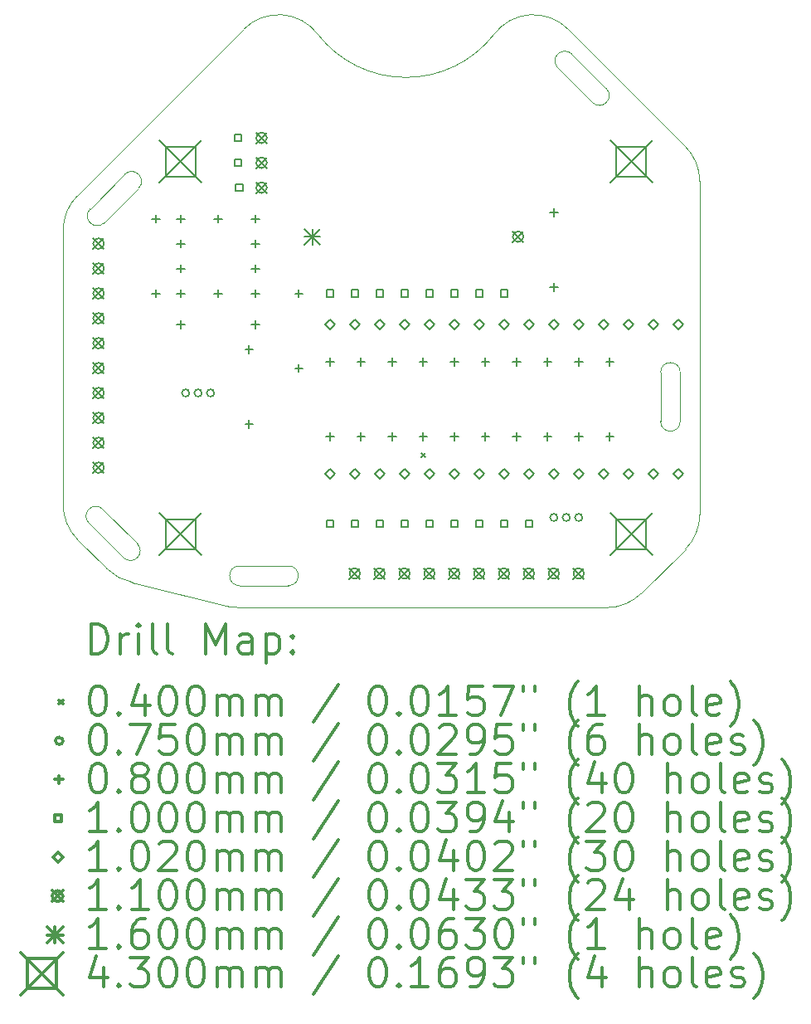
<source format=gbr>
%FSLAX45Y45*%
G04 Gerber Fmt 4.5, Leading zero omitted, Abs format (unit mm)*
G04 Created by KiCad (PCBNEW (5.1.10)-1) date 2021-09-09 16:44:16*
%MOMM*%
%LPD*%
G01*
G04 APERTURE LIST*
%TA.AperFunction,Profile*%
%ADD10C,0.050000*%
%TD*%
%ADD11C,0.200000*%
%ADD12C,0.300000*%
G04 APERTURE END LIST*
D10*
X13346447Y-6446447D02*
G75*
G02*
X14100000Y-6500000I353553J-353553D01*
G01*
X13300000Y-12125000D02*
G75*
G02*
X13300000Y-11925000I0J100000D01*
G01*
X13300000Y-11925000D02*
X13800000Y-11925000D01*
X13300000Y-12125000D02*
X13800000Y-12125000D01*
X13800000Y-11925000D02*
G75*
G02*
X13800000Y-12125000I0J-100000D01*
G01*
X17600000Y-9950000D02*
G75*
G02*
X17800000Y-9950000I100000J0D01*
G01*
X17600000Y-10450000D02*
X17600000Y-9950000D01*
X17800000Y-10450000D02*
X17800000Y-9950000D01*
X17800000Y-10450000D02*
G75*
G02*
X17600000Y-10450000I-100000J0D01*
G01*
X17045711Y-7054289D02*
G75*
G02*
X16904289Y-7195711I-70711J-70711D01*
G01*
X17045711Y-7054289D02*
X16692157Y-6700736D01*
X16550736Y-6842157D02*
G75*
G02*
X16692157Y-6700736I70711J70711D01*
G01*
X16550736Y-6842157D02*
X16904289Y-7195711D01*
X13300000Y-12350000D02*
X17050000Y-12350000D01*
X12202883Y-12090478D02*
X13202027Y-12340307D01*
X13202027Y-12340307D02*
G75*
G03*
X13300000Y-12350000I97973J490307D01*
G01*
X11917157Y-8424264D02*
G75*
G02*
X11775736Y-8282843I-70711J70711D01*
G01*
X12129289Y-7929289D02*
G75*
G02*
X12270711Y-8070711I70711J-70711D01*
G01*
X11917157Y-8424264D02*
X12270711Y-8070711D01*
X12129289Y-7929289D02*
X11775736Y-8282843D01*
X11946447Y-11953553D02*
X11646447Y-11653553D01*
X11646447Y-11653553D02*
G75*
G02*
X11500000Y-11300000I353553J353553D01*
G01*
X13346447Y-6446447D02*
X11646447Y-8146447D01*
X12257843Y-11699264D02*
G75*
G02*
X12116421Y-11840685I-70711J-70711D01*
G01*
X12257843Y-11699264D02*
X11904289Y-11345711D01*
X11762868Y-11487132D02*
X12116421Y-11840685D01*
X11762868Y-11487132D02*
G75*
G02*
X11904289Y-11345711I70711J70711D01*
G01*
X15900000Y-6500000D02*
G75*
G02*
X14100000Y-6500000I-900000J700000D01*
G01*
X17403553Y-12203553D02*
X17853553Y-11753553D01*
X17403553Y-12203553D02*
G75*
G02*
X17050000Y-12350000I-353553J353553D01*
G01*
X17853553Y-7646447D02*
X16653553Y-6446447D01*
X16653553Y-6446447D02*
G75*
G03*
X15900000Y-6500000I-353553J-353553D01*
G01*
X11946447Y-11953553D02*
G75*
G03*
X12202883Y-12090478I353553J353553D01*
G01*
X11646447Y-8146447D02*
G75*
G03*
X11500000Y-8500000I353553J-353553D01*
G01*
X17853553Y-7646447D02*
G75*
G02*
X18000000Y-8000000I-353553J-353553D01*
G01*
X18000000Y-11400000D02*
X18000000Y-8000000D01*
X11500000Y-11300000D02*
X11500000Y-8500000D01*
X17853553Y-11753553D02*
G75*
G03*
X18000000Y-11400000I-353553J353553D01*
G01*
D11*
X15156500Y-10775000D02*
X15196500Y-10815000D01*
X15196500Y-10775000D02*
X15156500Y-10815000D01*
X12788300Y-10160000D02*
G75*
G03*
X12788300Y-10160000I-37500J0D01*
G01*
X12915300Y-10160000D02*
G75*
G03*
X12915300Y-10160000I-37500J0D01*
G01*
X13042300Y-10160000D02*
G75*
G03*
X13042300Y-10160000I-37500J0D01*
G01*
X16547500Y-11430000D02*
G75*
G03*
X16547500Y-11430000I-37500J0D01*
G01*
X16674500Y-11430000D02*
G75*
G03*
X16674500Y-11430000I-37500J0D01*
G01*
X16801500Y-11430000D02*
G75*
G03*
X16801500Y-11430000I-37500J0D01*
G01*
X12446000Y-8342000D02*
X12446000Y-8422000D01*
X12406000Y-8382000D02*
X12486000Y-8382000D01*
X12446000Y-9104000D02*
X12446000Y-9184000D01*
X12406000Y-9144000D02*
X12486000Y-9144000D01*
X12700000Y-8342000D02*
X12700000Y-8422000D01*
X12660000Y-8382000D02*
X12740000Y-8382000D01*
X12700000Y-8596000D02*
X12700000Y-8676000D01*
X12660000Y-8636000D02*
X12740000Y-8636000D01*
X12700000Y-8850000D02*
X12700000Y-8930000D01*
X12660000Y-8890000D02*
X12740000Y-8890000D01*
X12700000Y-9104000D02*
X12700000Y-9184000D01*
X12660000Y-9144000D02*
X12740000Y-9144000D01*
X12700000Y-9421500D02*
X12700000Y-9501500D01*
X12660000Y-9461500D02*
X12740000Y-9461500D01*
X13081000Y-8342000D02*
X13081000Y-8422000D01*
X13041000Y-8382000D02*
X13121000Y-8382000D01*
X13081000Y-9104000D02*
X13081000Y-9184000D01*
X13041000Y-9144000D02*
X13121000Y-9144000D01*
X13398500Y-9675500D02*
X13398500Y-9755500D01*
X13358500Y-9715500D02*
X13438500Y-9715500D01*
X13398500Y-10437500D02*
X13398500Y-10517500D01*
X13358500Y-10477500D02*
X13438500Y-10477500D01*
X13462000Y-8342000D02*
X13462000Y-8422000D01*
X13422000Y-8382000D02*
X13502000Y-8382000D01*
X13462000Y-8596000D02*
X13462000Y-8676000D01*
X13422000Y-8636000D02*
X13502000Y-8636000D01*
X13462000Y-8850000D02*
X13462000Y-8930000D01*
X13422000Y-8890000D02*
X13502000Y-8890000D01*
X13462000Y-9104000D02*
X13462000Y-9184000D01*
X13422000Y-9144000D02*
X13502000Y-9144000D01*
X13462000Y-9421500D02*
X13462000Y-9501500D01*
X13422000Y-9461500D02*
X13502000Y-9461500D01*
X13906500Y-9104000D02*
X13906500Y-9184000D01*
X13866500Y-9144000D02*
X13946500Y-9144000D01*
X13906500Y-9866000D02*
X13906500Y-9946000D01*
X13866500Y-9906000D02*
X13946500Y-9906000D01*
X14224000Y-9802500D02*
X14224000Y-9882500D01*
X14184000Y-9842500D02*
X14264000Y-9842500D01*
X14224000Y-10564500D02*
X14224000Y-10644500D01*
X14184000Y-10604500D02*
X14264000Y-10604500D01*
X14541500Y-9802500D02*
X14541500Y-9882500D01*
X14501500Y-9842500D02*
X14581500Y-9842500D01*
X14541500Y-10564500D02*
X14541500Y-10644500D01*
X14501500Y-10604500D02*
X14581500Y-10604500D01*
X14859000Y-9802500D02*
X14859000Y-9882500D01*
X14819000Y-9842500D02*
X14899000Y-9842500D01*
X14859000Y-10564500D02*
X14859000Y-10644500D01*
X14819000Y-10604500D02*
X14899000Y-10604500D01*
X15176500Y-9802500D02*
X15176500Y-9882500D01*
X15136500Y-9842500D02*
X15216500Y-9842500D01*
X15176500Y-10564500D02*
X15176500Y-10644500D01*
X15136500Y-10604500D02*
X15216500Y-10604500D01*
X15494000Y-9802500D02*
X15494000Y-9882500D01*
X15454000Y-9842500D02*
X15534000Y-9842500D01*
X15494000Y-10564500D02*
X15494000Y-10644500D01*
X15454000Y-10604500D02*
X15534000Y-10604500D01*
X15811500Y-9802500D02*
X15811500Y-9882500D01*
X15771500Y-9842500D02*
X15851500Y-9842500D01*
X15811500Y-10564500D02*
X15811500Y-10644500D01*
X15771500Y-10604500D02*
X15851500Y-10604500D01*
X16129000Y-9802500D02*
X16129000Y-9882500D01*
X16089000Y-9842500D02*
X16169000Y-9842500D01*
X16129000Y-10564500D02*
X16129000Y-10644500D01*
X16089000Y-10604500D02*
X16169000Y-10604500D01*
X16446500Y-9802500D02*
X16446500Y-9882500D01*
X16406500Y-9842500D02*
X16486500Y-9842500D01*
X16446500Y-10564500D02*
X16446500Y-10644500D01*
X16406500Y-10604500D02*
X16486500Y-10604500D01*
X16510000Y-8278500D02*
X16510000Y-8358500D01*
X16470000Y-8318500D02*
X16550000Y-8318500D01*
X16510000Y-9040500D02*
X16510000Y-9120500D01*
X16470000Y-9080500D02*
X16550000Y-9080500D01*
X16764000Y-9802500D02*
X16764000Y-9882500D01*
X16724000Y-9842500D02*
X16804000Y-9842500D01*
X16764000Y-10564500D02*
X16764000Y-10644500D01*
X16724000Y-10604500D02*
X16804000Y-10604500D01*
X17081500Y-9802500D02*
X17081500Y-9882500D01*
X17041500Y-9842500D02*
X17121500Y-9842500D01*
X17081500Y-10564500D02*
X17081500Y-10644500D01*
X17041500Y-10604500D02*
X17121500Y-10604500D01*
X13319556Y-7591856D02*
X13319556Y-7521144D01*
X13248844Y-7521144D01*
X13248844Y-7591856D01*
X13319556Y-7591856D01*
X13319556Y-7845856D02*
X13319556Y-7775144D01*
X13248844Y-7775144D01*
X13248844Y-7845856D01*
X13319556Y-7845856D01*
X13332256Y-8099856D02*
X13332256Y-8029144D01*
X13261544Y-8029144D01*
X13261544Y-8099856D01*
X13332256Y-8099856D01*
X14259356Y-9179356D02*
X14259356Y-9108644D01*
X14188644Y-9108644D01*
X14188644Y-9179356D01*
X14259356Y-9179356D01*
X14259356Y-11528856D02*
X14259356Y-11458144D01*
X14188644Y-11458144D01*
X14188644Y-11528856D01*
X14259356Y-11528856D01*
X14513356Y-9179356D02*
X14513356Y-9108644D01*
X14442644Y-9108644D01*
X14442644Y-9179356D01*
X14513356Y-9179356D01*
X14513356Y-11528856D02*
X14513356Y-11458144D01*
X14442644Y-11458144D01*
X14442644Y-11528856D01*
X14513356Y-11528856D01*
X14767356Y-9179356D02*
X14767356Y-9108644D01*
X14696644Y-9108644D01*
X14696644Y-9179356D01*
X14767356Y-9179356D01*
X14767356Y-11528856D02*
X14767356Y-11458144D01*
X14696644Y-11458144D01*
X14696644Y-11528856D01*
X14767356Y-11528856D01*
X15021356Y-9179356D02*
X15021356Y-9108644D01*
X14950644Y-9108644D01*
X14950644Y-9179356D01*
X15021356Y-9179356D01*
X15021356Y-11528856D02*
X15021356Y-11458144D01*
X14950644Y-11458144D01*
X14950644Y-11528856D01*
X15021356Y-11528856D01*
X15275356Y-9179356D02*
X15275356Y-9108644D01*
X15204644Y-9108644D01*
X15204644Y-9179356D01*
X15275356Y-9179356D01*
X15275356Y-11528856D02*
X15275356Y-11458144D01*
X15204644Y-11458144D01*
X15204644Y-11528856D01*
X15275356Y-11528856D01*
X15529356Y-9179356D02*
X15529356Y-9108644D01*
X15458644Y-9108644D01*
X15458644Y-9179356D01*
X15529356Y-9179356D01*
X15529356Y-11528856D02*
X15529356Y-11458144D01*
X15458644Y-11458144D01*
X15458644Y-11528856D01*
X15529356Y-11528856D01*
X15783356Y-9179356D02*
X15783356Y-9108644D01*
X15712644Y-9108644D01*
X15712644Y-9179356D01*
X15783356Y-9179356D01*
X15783356Y-11528856D02*
X15783356Y-11458144D01*
X15712644Y-11458144D01*
X15712644Y-11528856D01*
X15783356Y-11528856D01*
X16037356Y-9179356D02*
X16037356Y-9108644D01*
X15966644Y-9108644D01*
X15966644Y-9179356D01*
X16037356Y-9179356D01*
X16037356Y-11528856D02*
X16037356Y-11458144D01*
X15966644Y-11458144D01*
X15966644Y-11528856D01*
X16037356Y-11528856D01*
X16291356Y-11528856D02*
X16291356Y-11458144D01*
X16220644Y-11458144D01*
X16220644Y-11528856D01*
X16291356Y-11528856D01*
X14224000Y-9512500D02*
X14275000Y-9461500D01*
X14224000Y-9410500D01*
X14173000Y-9461500D01*
X14224000Y-9512500D01*
X14224000Y-11036500D02*
X14275000Y-10985500D01*
X14224000Y-10934500D01*
X14173000Y-10985500D01*
X14224000Y-11036500D01*
X14478000Y-9512500D02*
X14529000Y-9461500D01*
X14478000Y-9410500D01*
X14427000Y-9461500D01*
X14478000Y-9512500D01*
X14478000Y-11036500D02*
X14529000Y-10985500D01*
X14478000Y-10934500D01*
X14427000Y-10985500D01*
X14478000Y-11036500D01*
X14732000Y-9512500D02*
X14783000Y-9461500D01*
X14732000Y-9410500D01*
X14681000Y-9461500D01*
X14732000Y-9512500D01*
X14732000Y-11036500D02*
X14783000Y-10985500D01*
X14732000Y-10934500D01*
X14681000Y-10985500D01*
X14732000Y-11036500D01*
X14986000Y-9512500D02*
X15037000Y-9461500D01*
X14986000Y-9410500D01*
X14935000Y-9461500D01*
X14986000Y-9512500D01*
X14986000Y-11036500D02*
X15037000Y-10985500D01*
X14986000Y-10934500D01*
X14935000Y-10985500D01*
X14986000Y-11036500D01*
X15240000Y-9512500D02*
X15291000Y-9461500D01*
X15240000Y-9410500D01*
X15189000Y-9461500D01*
X15240000Y-9512500D01*
X15240000Y-11036500D02*
X15291000Y-10985500D01*
X15240000Y-10934500D01*
X15189000Y-10985500D01*
X15240000Y-11036500D01*
X15494000Y-9512500D02*
X15545000Y-9461500D01*
X15494000Y-9410500D01*
X15443000Y-9461500D01*
X15494000Y-9512500D01*
X15494000Y-11036500D02*
X15545000Y-10985500D01*
X15494000Y-10934500D01*
X15443000Y-10985500D01*
X15494000Y-11036500D01*
X15748000Y-9512500D02*
X15799000Y-9461500D01*
X15748000Y-9410500D01*
X15697000Y-9461500D01*
X15748000Y-9512500D01*
X15748000Y-11036500D02*
X15799000Y-10985500D01*
X15748000Y-10934500D01*
X15697000Y-10985500D01*
X15748000Y-11036500D01*
X16002000Y-9512500D02*
X16053000Y-9461500D01*
X16002000Y-9410500D01*
X15951000Y-9461500D01*
X16002000Y-9512500D01*
X16002000Y-11036500D02*
X16053000Y-10985500D01*
X16002000Y-10934500D01*
X15951000Y-10985500D01*
X16002000Y-11036500D01*
X16256000Y-9512500D02*
X16307000Y-9461500D01*
X16256000Y-9410500D01*
X16205000Y-9461500D01*
X16256000Y-9512500D01*
X16256000Y-11036500D02*
X16307000Y-10985500D01*
X16256000Y-10934500D01*
X16205000Y-10985500D01*
X16256000Y-11036500D01*
X16510000Y-9512500D02*
X16561000Y-9461500D01*
X16510000Y-9410500D01*
X16459000Y-9461500D01*
X16510000Y-9512500D01*
X16510000Y-11036500D02*
X16561000Y-10985500D01*
X16510000Y-10934500D01*
X16459000Y-10985500D01*
X16510000Y-11036500D01*
X16764000Y-9512500D02*
X16815000Y-9461500D01*
X16764000Y-9410500D01*
X16713000Y-9461500D01*
X16764000Y-9512500D01*
X16764000Y-11036500D02*
X16815000Y-10985500D01*
X16764000Y-10934500D01*
X16713000Y-10985500D01*
X16764000Y-11036500D01*
X17018000Y-9512500D02*
X17069000Y-9461500D01*
X17018000Y-9410500D01*
X16967000Y-9461500D01*
X17018000Y-9512500D01*
X17018000Y-11036500D02*
X17069000Y-10985500D01*
X17018000Y-10934500D01*
X16967000Y-10985500D01*
X17018000Y-11036500D01*
X17272000Y-9512500D02*
X17323000Y-9461500D01*
X17272000Y-9410500D01*
X17221000Y-9461500D01*
X17272000Y-9512500D01*
X17272000Y-11036500D02*
X17323000Y-10985500D01*
X17272000Y-10934500D01*
X17221000Y-10985500D01*
X17272000Y-11036500D01*
X17526000Y-9512500D02*
X17577000Y-9461500D01*
X17526000Y-9410500D01*
X17475000Y-9461500D01*
X17526000Y-9512500D01*
X17526000Y-11036500D02*
X17577000Y-10985500D01*
X17526000Y-10934500D01*
X17475000Y-10985500D01*
X17526000Y-11036500D01*
X17780000Y-9512500D02*
X17831000Y-9461500D01*
X17780000Y-9410500D01*
X17729000Y-9461500D01*
X17780000Y-9512500D01*
X17780000Y-11036500D02*
X17831000Y-10985500D01*
X17780000Y-10934500D01*
X17729000Y-10985500D01*
X17780000Y-11036500D01*
X11806800Y-8581000D02*
X11916800Y-8691000D01*
X11916800Y-8581000D02*
X11806800Y-8691000D01*
X11916800Y-8636000D02*
G75*
G03*
X11916800Y-8636000I-55000J0D01*
G01*
X11806800Y-8835000D02*
X11916800Y-8945000D01*
X11916800Y-8835000D02*
X11806800Y-8945000D01*
X11916800Y-8890000D02*
G75*
G03*
X11916800Y-8890000I-55000J0D01*
G01*
X11806800Y-9089000D02*
X11916800Y-9199000D01*
X11916800Y-9089000D02*
X11806800Y-9199000D01*
X11916800Y-9144000D02*
G75*
G03*
X11916800Y-9144000I-55000J0D01*
G01*
X11806800Y-9343000D02*
X11916800Y-9453000D01*
X11916800Y-9343000D02*
X11806800Y-9453000D01*
X11916800Y-9398000D02*
G75*
G03*
X11916800Y-9398000I-55000J0D01*
G01*
X11806800Y-9597000D02*
X11916800Y-9707000D01*
X11916800Y-9597000D02*
X11806800Y-9707000D01*
X11916800Y-9652000D02*
G75*
G03*
X11916800Y-9652000I-55000J0D01*
G01*
X11806800Y-9851000D02*
X11916800Y-9961000D01*
X11916800Y-9851000D02*
X11806800Y-9961000D01*
X11916800Y-9906000D02*
G75*
G03*
X11916800Y-9906000I-55000J0D01*
G01*
X11806800Y-10105000D02*
X11916800Y-10215000D01*
X11916800Y-10105000D02*
X11806800Y-10215000D01*
X11916800Y-10160000D02*
G75*
G03*
X11916800Y-10160000I-55000J0D01*
G01*
X11806800Y-10359000D02*
X11916800Y-10469000D01*
X11916800Y-10359000D02*
X11806800Y-10469000D01*
X11916800Y-10414000D02*
G75*
G03*
X11916800Y-10414000I-55000J0D01*
G01*
X11806800Y-10613000D02*
X11916800Y-10723000D01*
X11916800Y-10613000D02*
X11806800Y-10723000D01*
X11916800Y-10668000D02*
G75*
G03*
X11916800Y-10668000I-55000J0D01*
G01*
X11806800Y-10867000D02*
X11916800Y-10977000D01*
X11916800Y-10867000D02*
X11806800Y-10977000D01*
X11916800Y-10922000D02*
G75*
G03*
X11916800Y-10922000I-55000J0D01*
G01*
X13470500Y-7501500D02*
X13580500Y-7611500D01*
X13580500Y-7501500D02*
X13470500Y-7611500D01*
X13580500Y-7556500D02*
G75*
G03*
X13580500Y-7556500I-55000J0D01*
G01*
X13470500Y-7755500D02*
X13580500Y-7865500D01*
X13580500Y-7755500D02*
X13470500Y-7865500D01*
X13580500Y-7810500D02*
G75*
G03*
X13580500Y-7810500I-55000J0D01*
G01*
X13470500Y-8009500D02*
X13580500Y-8119500D01*
X13580500Y-8009500D02*
X13470500Y-8119500D01*
X13580500Y-8064500D02*
G75*
G03*
X13580500Y-8064500I-55000J0D01*
G01*
X14423000Y-11946500D02*
X14533000Y-12056500D01*
X14533000Y-11946500D02*
X14423000Y-12056500D01*
X14533000Y-12001500D02*
G75*
G03*
X14533000Y-12001500I-55000J0D01*
G01*
X14677000Y-11946500D02*
X14787000Y-12056500D01*
X14787000Y-11946500D02*
X14677000Y-12056500D01*
X14787000Y-12001500D02*
G75*
G03*
X14787000Y-12001500I-55000J0D01*
G01*
X14931000Y-11946500D02*
X15041000Y-12056500D01*
X15041000Y-11946500D02*
X14931000Y-12056500D01*
X15041000Y-12001500D02*
G75*
G03*
X15041000Y-12001500I-55000J0D01*
G01*
X15185000Y-11946500D02*
X15295000Y-12056500D01*
X15295000Y-11946500D02*
X15185000Y-12056500D01*
X15295000Y-12001500D02*
G75*
G03*
X15295000Y-12001500I-55000J0D01*
G01*
X15439000Y-11946500D02*
X15549000Y-12056500D01*
X15549000Y-11946500D02*
X15439000Y-12056500D01*
X15549000Y-12001500D02*
G75*
G03*
X15549000Y-12001500I-55000J0D01*
G01*
X15693000Y-11946500D02*
X15803000Y-12056500D01*
X15803000Y-11946500D02*
X15693000Y-12056500D01*
X15803000Y-12001500D02*
G75*
G03*
X15803000Y-12001500I-55000J0D01*
G01*
X15947000Y-11946500D02*
X16057000Y-12056500D01*
X16057000Y-11946500D02*
X15947000Y-12056500D01*
X16057000Y-12001500D02*
G75*
G03*
X16057000Y-12001500I-55000J0D01*
G01*
X16090000Y-8510000D02*
X16200000Y-8620000D01*
X16200000Y-8510000D02*
X16090000Y-8620000D01*
X16200000Y-8565000D02*
G75*
G03*
X16200000Y-8565000I-55000J0D01*
G01*
X16201000Y-11946500D02*
X16311000Y-12056500D01*
X16311000Y-11946500D02*
X16201000Y-12056500D01*
X16311000Y-12001500D02*
G75*
G03*
X16311000Y-12001500I-55000J0D01*
G01*
X16455000Y-11946500D02*
X16565000Y-12056500D01*
X16565000Y-11946500D02*
X16455000Y-12056500D01*
X16565000Y-12001500D02*
G75*
G03*
X16565000Y-12001500I-55000J0D01*
G01*
X16709000Y-11946500D02*
X16819000Y-12056500D01*
X16819000Y-11946500D02*
X16709000Y-12056500D01*
X16819000Y-12001500D02*
G75*
G03*
X16819000Y-12001500I-55000J0D01*
G01*
X13965000Y-8485000D02*
X14125000Y-8645000D01*
X14125000Y-8485000D02*
X13965000Y-8645000D01*
X14045000Y-8485000D02*
X14045000Y-8645000D01*
X13965000Y-8565000D02*
X14125000Y-8565000D01*
X12485000Y-7585000D02*
X12915000Y-8015000D01*
X12915000Y-7585000D02*
X12485000Y-8015000D01*
X12852029Y-7952029D02*
X12852029Y-7647971D01*
X12547971Y-7647971D01*
X12547971Y-7952029D01*
X12852029Y-7952029D01*
X12485000Y-11385000D02*
X12915000Y-11815000D01*
X12915000Y-11385000D02*
X12485000Y-11815000D01*
X12852029Y-11752029D02*
X12852029Y-11447971D01*
X12547971Y-11447971D01*
X12547971Y-11752029D01*
X12852029Y-11752029D01*
X17085000Y-7585000D02*
X17515000Y-8015000D01*
X17515000Y-7585000D02*
X17085000Y-8015000D01*
X17452029Y-7952029D02*
X17452029Y-7647971D01*
X17147971Y-7647971D01*
X17147971Y-7952029D01*
X17452029Y-7952029D01*
X17085000Y-11385000D02*
X17515000Y-11815000D01*
X17515000Y-11385000D02*
X17085000Y-11815000D01*
X17452029Y-11752029D02*
X17452029Y-11447971D01*
X17147971Y-11447971D01*
X17147971Y-11752029D01*
X17452029Y-11752029D01*
D12*
X11783928Y-12818214D02*
X11783928Y-12518214D01*
X11855357Y-12518214D01*
X11898214Y-12532500D01*
X11926786Y-12561071D01*
X11941071Y-12589643D01*
X11955357Y-12646786D01*
X11955357Y-12689643D01*
X11941071Y-12746786D01*
X11926786Y-12775357D01*
X11898214Y-12803929D01*
X11855357Y-12818214D01*
X11783928Y-12818214D01*
X12083928Y-12818214D02*
X12083928Y-12618214D01*
X12083928Y-12675357D02*
X12098214Y-12646786D01*
X12112500Y-12632500D01*
X12141071Y-12618214D01*
X12169643Y-12618214D01*
X12269643Y-12818214D02*
X12269643Y-12618214D01*
X12269643Y-12518214D02*
X12255357Y-12532500D01*
X12269643Y-12546786D01*
X12283928Y-12532500D01*
X12269643Y-12518214D01*
X12269643Y-12546786D01*
X12455357Y-12818214D02*
X12426786Y-12803929D01*
X12412500Y-12775357D01*
X12412500Y-12518214D01*
X12612500Y-12818214D02*
X12583928Y-12803929D01*
X12569643Y-12775357D01*
X12569643Y-12518214D01*
X12955357Y-12818214D02*
X12955357Y-12518214D01*
X13055357Y-12732500D01*
X13155357Y-12518214D01*
X13155357Y-12818214D01*
X13426786Y-12818214D02*
X13426786Y-12661071D01*
X13412500Y-12632500D01*
X13383928Y-12618214D01*
X13326786Y-12618214D01*
X13298214Y-12632500D01*
X13426786Y-12803929D02*
X13398214Y-12818214D01*
X13326786Y-12818214D01*
X13298214Y-12803929D01*
X13283928Y-12775357D01*
X13283928Y-12746786D01*
X13298214Y-12718214D01*
X13326786Y-12703929D01*
X13398214Y-12703929D01*
X13426786Y-12689643D01*
X13569643Y-12618214D02*
X13569643Y-12918214D01*
X13569643Y-12632500D02*
X13598214Y-12618214D01*
X13655357Y-12618214D01*
X13683928Y-12632500D01*
X13698214Y-12646786D01*
X13712500Y-12675357D01*
X13712500Y-12761071D01*
X13698214Y-12789643D01*
X13683928Y-12803929D01*
X13655357Y-12818214D01*
X13598214Y-12818214D01*
X13569643Y-12803929D01*
X13841071Y-12789643D02*
X13855357Y-12803929D01*
X13841071Y-12818214D01*
X13826786Y-12803929D01*
X13841071Y-12789643D01*
X13841071Y-12818214D01*
X13841071Y-12632500D02*
X13855357Y-12646786D01*
X13841071Y-12661071D01*
X13826786Y-12646786D01*
X13841071Y-12632500D01*
X13841071Y-12661071D01*
X11457500Y-13292500D02*
X11497500Y-13332500D01*
X11497500Y-13292500D02*
X11457500Y-13332500D01*
X11841071Y-13148214D02*
X11869643Y-13148214D01*
X11898214Y-13162500D01*
X11912500Y-13176786D01*
X11926786Y-13205357D01*
X11941071Y-13262500D01*
X11941071Y-13333929D01*
X11926786Y-13391071D01*
X11912500Y-13419643D01*
X11898214Y-13433929D01*
X11869643Y-13448214D01*
X11841071Y-13448214D01*
X11812500Y-13433929D01*
X11798214Y-13419643D01*
X11783928Y-13391071D01*
X11769643Y-13333929D01*
X11769643Y-13262500D01*
X11783928Y-13205357D01*
X11798214Y-13176786D01*
X11812500Y-13162500D01*
X11841071Y-13148214D01*
X12069643Y-13419643D02*
X12083928Y-13433929D01*
X12069643Y-13448214D01*
X12055357Y-13433929D01*
X12069643Y-13419643D01*
X12069643Y-13448214D01*
X12341071Y-13248214D02*
X12341071Y-13448214D01*
X12269643Y-13133929D02*
X12198214Y-13348214D01*
X12383928Y-13348214D01*
X12555357Y-13148214D02*
X12583928Y-13148214D01*
X12612500Y-13162500D01*
X12626786Y-13176786D01*
X12641071Y-13205357D01*
X12655357Y-13262500D01*
X12655357Y-13333929D01*
X12641071Y-13391071D01*
X12626786Y-13419643D01*
X12612500Y-13433929D01*
X12583928Y-13448214D01*
X12555357Y-13448214D01*
X12526786Y-13433929D01*
X12512500Y-13419643D01*
X12498214Y-13391071D01*
X12483928Y-13333929D01*
X12483928Y-13262500D01*
X12498214Y-13205357D01*
X12512500Y-13176786D01*
X12526786Y-13162500D01*
X12555357Y-13148214D01*
X12841071Y-13148214D02*
X12869643Y-13148214D01*
X12898214Y-13162500D01*
X12912500Y-13176786D01*
X12926786Y-13205357D01*
X12941071Y-13262500D01*
X12941071Y-13333929D01*
X12926786Y-13391071D01*
X12912500Y-13419643D01*
X12898214Y-13433929D01*
X12869643Y-13448214D01*
X12841071Y-13448214D01*
X12812500Y-13433929D01*
X12798214Y-13419643D01*
X12783928Y-13391071D01*
X12769643Y-13333929D01*
X12769643Y-13262500D01*
X12783928Y-13205357D01*
X12798214Y-13176786D01*
X12812500Y-13162500D01*
X12841071Y-13148214D01*
X13069643Y-13448214D02*
X13069643Y-13248214D01*
X13069643Y-13276786D02*
X13083928Y-13262500D01*
X13112500Y-13248214D01*
X13155357Y-13248214D01*
X13183928Y-13262500D01*
X13198214Y-13291071D01*
X13198214Y-13448214D01*
X13198214Y-13291071D02*
X13212500Y-13262500D01*
X13241071Y-13248214D01*
X13283928Y-13248214D01*
X13312500Y-13262500D01*
X13326786Y-13291071D01*
X13326786Y-13448214D01*
X13469643Y-13448214D02*
X13469643Y-13248214D01*
X13469643Y-13276786D02*
X13483928Y-13262500D01*
X13512500Y-13248214D01*
X13555357Y-13248214D01*
X13583928Y-13262500D01*
X13598214Y-13291071D01*
X13598214Y-13448214D01*
X13598214Y-13291071D02*
X13612500Y-13262500D01*
X13641071Y-13248214D01*
X13683928Y-13248214D01*
X13712500Y-13262500D01*
X13726786Y-13291071D01*
X13726786Y-13448214D01*
X14312500Y-13133929D02*
X14055357Y-13519643D01*
X14698214Y-13148214D02*
X14726786Y-13148214D01*
X14755357Y-13162500D01*
X14769643Y-13176786D01*
X14783928Y-13205357D01*
X14798214Y-13262500D01*
X14798214Y-13333929D01*
X14783928Y-13391071D01*
X14769643Y-13419643D01*
X14755357Y-13433929D01*
X14726786Y-13448214D01*
X14698214Y-13448214D01*
X14669643Y-13433929D01*
X14655357Y-13419643D01*
X14641071Y-13391071D01*
X14626786Y-13333929D01*
X14626786Y-13262500D01*
X14641071Y-13205357D01*
X14655357Y-13176786D01*
X14669643Y-13162500D01*
X14698214Y-13148214D01*
X14926786Y-13419643D02*
X14941071Y-13433929D01*
X14926786Y-13448214D01*
X14912500Y-13433929D01*
X14926786Y-13419643D01*
X14926786Y-13448214D01*
X15126786Y-13148214D02*
X15155357Y-13148214D01*
X15183928Y-13162500D01*
X15198214Y-13176786D01*
X15212500Y-13205357D01*
X15226786Y-13262500D01*
X15226786Y-13333929D01*
X15212500Y-13391071D01*
X15198214Y-13419643D01*
X15183928Y-13433929D01*
X15155357Y-13448214D01*
X15126786Y-13448214D01*
X15098214Y-13433929D01*
X15083928Y-13419643D01*
X15069643Y-13391071D01*
X15055357Y-13333929D01*
X15055357Y-13262500D01*
X15069643Y-13205357D01*
X15083928Y-13176786D01*
X15098214Y-13162500D01*
X15126786Y-13148214D01*
X15512500Y-13448214D02*
X15341071Y-13448214D01*
X15426786Y-13448214D02*
X15426786Y-13148214D01*
X15398214Y-13191071D01*
X15369643Y-13219643D01*
X15341071Y-13233929D01*
X15783928Y-13148214D02*
X15641071Y-13148214D01*
X15626786Y-13291071D01*
X15641071Y-13276786D01*
X15669643Y-13262500D01*
X15741071Y-13262500D01*
X15769643Y-13276786D01*
X15783928Y-13291071D01*
X15798214Y-13319643D01*
X15798214Y-13391071D01*
X15783928Y-13419643D01*
X15769643Y-13433929D01*
X15741071Y-13448214D01*
X15669643Y-13448214D01*
X15641071Y-13433929D01*
X15626786Y-13419643D01*
X15898214Y-13148214D02*
X16098214Y-13148214D01*
X15969643Y-13448214D01*
X16198214Y-13148214D02*
X16198214Y-13205357D01*
X16312500Y-13148214D02*
X16312500Y-13205357D01*
X16755357Y-13562500D02*
X16741071Y-13548214D01*
X16712500Y-13505357D01*
X16698214Y-13476786D01*
X16683928Y-13433929D01*
X16669643Y-13362500D01*
X16669643Y-13305357D01*
X16683928Y-13233929D01*
X16698214Y-13191071D01*
X16712500Y-13162500D01*
X16741071Y-13119643D01*
X16755357Y-13105357D01*
X17026786Y-13448214D02*
X16855357Y-13448214D01*
X16941071Y-13448214D02*
X16941071Y-13148214D01*
X16912500Y-13191071D01*
X16883928Y-13219643D01*
X16855357Y-13233929D01*
X17383928Y-13448214D02*
X17383928Y-13148214D01*
X17512500Y-13448214D02*
X17512500Y-13291071D01*
X17498214Y-13262500D01*
X17469643Y-13248214D01*
X17426786Y-13248214D01*
X17398214Y-13262500D01*
X17383928Y-13276786D01*
X17698214Y-13448214D02*
X17669643Y-13433929D01*
X17655357Y-13419643D01*
X17641071Y-13391071D01*
X17641071Y-13305357D01*
X17655357Y-13276786D01*
X17669643Y-13262500D01*
X17698214Y-13248214D01*
X17741071Y-13248214D01*
X17769643Y-13262500D01*
X17783928Y-13276786D01*
X17798214Y-13305357D01*
X17798214Y-13391071D01*
X17783928Y-13419643D01*
X17769643Y-13433929D01*
X17741071Y-13448214D01*
X17698214Y-13448214D01*
X17969643Y-13448214D02*
X17941071Y-13433929D01*
X17926786Y-13405357D01*
X17926786Y-13148214D01*
X18198214Y-13433929D02*
X18169643Y-13448214D01*
X18112500Y-13448214D01*
X18083928Y-13433929D01*
X18069643Y-13405357D01*
X18069643Y-13291071D01*
X18083928Y-13262500D01*
X18112500Y-13248214D01*
X18169643Y-13248214D01*
X18198214Y-13262500D01*
X18212500Y-13291071D01*
X18212500Y-13319643D01*
X18069643Y-13348214D01*
X18312500Y-13562500D02*
X18326786Y-13548214D01*
X18355357Y-13505357D01*
X18369643Y-13476786D01*
X18383928Y-13433929D01*
X18398214Y-13362500D01*
X18398214Y-13305357D01*
X18383928Y-13233929D01*
X18369643Y-13191071D01*
X18355357Y-13162500D01*
X18326786Y-13119643D01*
X18312500Y-13105357D01*
X11497500Y-13708500D02*
G75*
G03*
X11497500Y-13708500I-37500J0D01*
G01*
X11841071Y-13544214D02*
X11869643Y-13544214D01*
X11898214Y-13558500D01*
X11912500Y-13572786D01*
X11926786Y-13601357D01*
X11941071Y-13658500D01*
X11941071Y-13729929D01*
X11926786Y-13787071D01*
X11912500Y-13815643D01*
X11898214Y-13829929D01*
X11869643Y-13844214D01*
X11841071Y-13844214D01*
X11812500Y-13829929D01*
X11798214Y-13815643D01*
X11783928Y-13787071D01*
X11769643Y-13729929D01*
X11769643Y-13658500D01*
X11783928Y-13601357D01*
X11798214Y-13572786D01*
X11812500Y-13558500D01*
X11841071Y-13544214D01*
X12069643Y-13815643D02*
X12083928Y-13829929D01*
X12069643Y-13844214D01*
X12055357Y-13829929D01*
X12069643Y-13815643D01*
X12069643Y-13844214D01*
X12183928Y-13544214D02*
X12383928Y-13544214D01*
X12255357Y-13844214D01*
X12641071Y-13544214D02*
X12498214Y-13544214D01*
X12483928Y-13687071D01*
X12498214Y-13672786D01*
X12526786Y-13658500D01*
X12598214Y-13658500D01*
X12626786Y-13672786D01*
X12641071Y-13687071D01*
X12655357Y-13715643D01*
X12655357Y-13787071D01*
X12641071Y-13815643D01*
X12626786Y-13829929D01*
X12598214Y-13844214D01*
X12526786Y-13844214D01*
X12498214Y-13829929D01*
X12483928Y-13815643D01*
X12841071Y-13544214D02*
X12869643Y-13544214D01*
X12898214Y-13558500D01*
X12912500Y-13572786D01*
X12926786Y-13601357D01*
X12941071Y-13658500D01*
X12941071Y-13729929D01*
X12926786Y-13787071D01*
X12912500Y-13815643D01*
X12898214Y-13829929D01*
X12869643Y-13844214D01*
X12841071Y-13844214D01*
X12812500Y-13829929D01*
X12798214Y-13815643D01*
X12783928Y-13787071D01*
X12769643Y-13729929D01*
X12769643Y-13658500D01*
X12783928Y-13601357D01*
X12798214Y-13572786D01*
X12812500Y-13558500D01*
X12841071Y-13544214D01*
X13069643Y-13844214D02*
X13069643Y-13644214D01*
X13069643Y-13672786D02*
X13083928Y-13658500D01*
X13112500Y-13644214D01*
X13155357Y-13644214D01*
X13183928Y-13658500D01*
X13198214Y-13687071D01*
X13198214Y-13844214D01*
X13198214Y-13687071D02*
X13212500Y-13658500D01*
X13241071Y-13644214D01*
X13283928Y-13644214D01*
X13312500Y-13658500D01*
X13326786Y-13687071D01*
X13326786Y-13844214D01*
X13469643Y-13844214D02*
X13469643Y-13644214D01*
X13469643Y-13672786D02*
X13483928Y-13658500D01*
X13512500Y-13644214D01*
X13555357Y-13644214D01*
X13583928Y-13658500D01*
X13598214Y-13687071D01*
X13598214Y-13844214D01*
X13598214Y-13687071D02*
X13612500Y-13658500D01*
X13641071Y-13644214D01*
X13683928Y-13644214D01*
X13712500Y-13658500D01*
X13726786Y-13687071D01*
X13726786Y-13844214D01*
X14312500Y-13529929D02*
X14055357Y-13915643D01*
X14698214Y-13544214D02*
X14726786Y-13544214D01*
X14755357Y-13558500D01*
X14769643Y-13572786D01*
X14783928Y-13601357D01*
X14798214Y-13658500D01*
X14798214Y-13729929D01*
X14783928Y-13787071D01*
X14769643Y-13815643D01*
X14755357Y-13829929D01*
X14726786Y-13844214D01*
X14698214Y-13844214D01*
X14669643Y-13829929D01*
X14655357Y-13815643D01*
X14641071Y-13787071D01*
X14626786Y-13729929D01*
X14626786Y-13658500D01*
X14641071Y-13601357D01*
X14655357Y-13572786D01*
X14669643Y-13558500D01*
X14698214Y-13544214D01*
X14926786Y-13815643D02*
X14941071Y-13829929D01*
X14926786Y-13844214D01*
X14912500Y-13829929D01*
X14926786Y-13815643D01*
X14926786Y-13844214D01*
X15126786Y-13544214D02*
X15155357Y-13544214D01*
X15183928Y-13558500D01*
X15198214Y-13572786D01*
X15212500Y-13601357D01*
X15226786Y-13658500D01*
X15226786Y-13729929D01*
X15212500Y-13787071D01*
X15198214Y-13815643D01*
X15183928Y-13829929D01*
X15155357Y-13844214D01*
X15126786Y-13844214D01*
X15098214Y-13829929D01*
X15083928Y-13815643D01*
X15069643Y-13787071D01*
X15055357Y-13729929D01*
X15055357Y-13658500D01*
X15069643Y-13601357D01*
X15083928Y-13572786D01*
X15098214Y-13558500D01*
X15126786Y-13544214D01*
X15341071Y-13572786D02*
X15355357Y-13558500D01*
X15383928Y-13544214D01*
X15455357Y-13544214D01*
X15483928Y-13558500D01*
X15498214Y-13572786D01*
X15512500Y-13601357D01*
X15512500Y-13629929D01*
X15498214Y-13672786D01*
X15326786Y-13844214D01*
X15512500Y-13844214D01*
X15655357Y-13844214D02*
X15712500Y-13844214D01*
X15741071Y-13829929D01*
X15755357Y-13815643D01*
X15783928Y-13772786D01*
X15798214Y-13715643D01*
X15798214Y-13601357D01*
X15783928Y-13572786D01*
X15769643Y-13558500D01*
X15741071Y-13544214D01*
X15683928Y-13544214D01*
X15655357Y-13558500D01*
X15641071Y-13572786D01*
X15626786Y-13601357D01*
X15626786Y-13672786D01*
X15641071Y-13701357D01*
X15655357Y-13715643D01*
X15683928Y-13729929D01*
X15741071Y-13729929D01*
X15769643Y-13715643D01*
X15783928Y-13701357D01*
X15798214Y-13672786D01*
X16069643Y-13544214D02*
X15926786Y-13544214D01*
X15912500Y-13687071D01*
X15926786Y-13672786D01*
X15955357Y-13658500D01*
X16026786Y-13658500D01*
X16055357Y-13672786D01*
X16069643Y-13687071D01*
X16083928Y-13715643D01*
X16083928Y-13787071D01*
X16069643Y-13815643D01*
X16055357Y-13829929D01*
X16026786Y-13844214D01*
X15955357Y-13844214D01*
X15926786Y-13829929D01*
X15912500Y-13815643D01*
X16198214Y-13544214D02*
X16198214Y-13601357D01*
X16312500Y-13544214D02*
X16312500Y-13601357D01*
X16755357Y-13958500D02*
X16741071Y-13944214D01*
X16712500Y-13901357D01*
X16698214Y-13872786D01*
X16683928Y-13829929D01*
X16669643Y-13758500D01*
X16669643Y-13701357D01*
X16683928Y-13629929D01*
X16698214Y-13587071D01*
X16712500Y-13558500D01*
X16741071Y-13515643D01*
X16755357Y-13501357D01*
X16998214Y-13544214D02*
X16941071Y-13544214D01*
X16912500Y-13558500D01*
X16898214Y-13572786D01*
X16869643Y-13615643D01*
X16855357Y-13672786D01*
X16855357Y-13787071D01*
X16869643Y-13815643D01*
X16883928Y-13829929D01*
X16912500Y-13844214D01*
X16969643Y-13844214D01*
X16998214Y-13829929D01*
X17012500Y-13815643D01*
X17026786Y-13787071D01*
X17026786Y-13715643D01*
X17012500Y-13687071D01*
X16998214Y-13672786D01*
X16969643Y-13658500D01*
X16912500Y-13658500D01*
X16883928Y-13672786D01*
X16869643Y-13687071D01*
X16855357Y-13715643D01*
X17383928Y-13844214D02*
X17383928Y-13544214D01*
X17512500Y-13844214D02*
X17512500Y-13687071D01*
X17498214Y-13658500D01*
X17469643Y-13644214D01*
X17426786Y-13644214D01*
X17398214Y-13658500D01*
X17383928Y-13672786D01*
X17698214Y-13844214D02*
X17669643Y-13829929D01*
X17655357Y-13815643D01*
X17641071Y-13787071D01*
X17641071Y-13701357D01*
X17655357Y-13672786D01*
X17669643Y-13658500D01*
X17698214Y-13644214D01*
X17741071Y-13644214D01*
X17769643Y-13658500D01*
X17783928Y-13672786D01*
X17798214Y-13701357D01*
X17798214Y-13787071D01*
X17783928Y-13815643D01*
X17769643Y-13829929D01*
X17741071Y-13844214D01*
X17698214Y-13844214D01*
X17969643Y-13844214D02*
X17941071Y-13829929D01*
X17926786Y-13801357D01*
X17926786Y-13544214D01*
X18198214Y-13829929D02*
X18169643Y-13844214D01*
X18112500Y-13844214D01*
X18083928Y-13829929D01*
X18069643Y-13801357D01*
X18069643Y-13687071D01*
X18083928Y-13658500D01*
X18112500Y-13644214D01*
X18169643Y-13644214D01*
X18198214Y-13658500D01*
X18212500Y-13687071D01*
X18212500Y-13715643D01*
X18069643Y-13744214D01*
X18326786Y-13829929D02*
X18355357Y-13844214D01*
X18412500Y-13844214D01*
X18441071Y-13829929D01*
X18455357Y-13801357D01*
X18455357Y-13787071D01*
X18441071Y-13758500D01*
X18412500Y-13744214D01*
X18369643Y-13744214D01*
X18341071Y-13729929D01*
X18326786Y-13701357D01*
X18326786Y-13687071D01*
X18341071Y-13658500D01*
X18369643Y-13644214D01*
X18412500Y-13644214D01*
X18441071Y-13658500D01*
X18555357Y-13958500D02*
X18569643Y-13944214D01*
X18598214Y-13901357D01*
X18612500Y-13872786D01*
X18626786Y-13829929D01*
X18641071Y-13758500D01*
X18641071Y-13701357D01*
X18626786Y-13629929D01*
X18612500Y-13587071D01*
X18598214Y-13558500D01*
X18569643Y-13515643D01*
X18555357Y-13501357D01*
X11457500Y-14064500D02*
X11457500Y-14144500D01*
X11417500Y-14104500D02*
X11497500Y-14104500D01*
X11841071Y-13940214D02*
X11869643Y-13940214D01*
X11898214Y-13954500D01*
X11912500Y-13968786D01*
X11926786Y-13997357D01*
X11941071Y-14054500D01*
X11941071Y-14125929D01*
X11926786Y-14183071D01*
X11912500Y-14211643D01*
X11898214Y-14225929D01*
X11869643Y-14240214D01*
X11841071Y-14240214D01*
X11812500Y-14225929D01*
X11798214Y-14211643D01*
X11783928Y-14183071D01*
X11769643Y-14125929D01*
X11769643Y-14054500D01*
X11783928Y-13997357D01*
X11798214Y-13968786D01*
X11812500Y-13954500D01*
X11841071Y-13940214D01*
X12069643Y-14211643D02*
X12083928Y-14225929D01*
X12069643Y-14240214D01*
X12055357Y-14225929D01*
X12069643Y-14211643D01*
X12069643Y-14240214D01*
X12255357Y-14068786D02*
X12226786Y-14054500D01*
X12212500Y-14040214D01*
X12198214Y-14011643D01*
X12198214Y-13997357D01*
X12212500Y-13968786D01*
X12226786Y-13954500D01*
X12255357Y-13940214D01*
X12312500Y-13940214D01*
X12341071Y-13954500D01*
X12355357Y-13968786D01*
X12369643Y-13997357D01*
X12369643Y-14011643D01*
X12355357Y-14040214D01*
X12341071Y-14054500D01*
X12312500Y-14068786D01*
X12255357Y-14068786D01*
X12226786Y-14083071D01*
X12212500Y-14097357D01*
X12198214Y-14125929D01*
X12198214Y-14183071D01*
X12212500Y-14211643D01*
X12226786Y-14225929D01*
X12255357Y-14240214D01*
X12312500Y-14240214D01*
X12341071Y-14225929D01*
X12355357Y-14211643D01*
X12369643Y-14183071D01*
X12369643Y-14125929D01*
X12355357Y-14097357D01*
X12341071Y-14083071D01*
X12312500Y-14068786D01*
X12555357Y-13940214D02*
X12583928Y-13940214D01*
X12612500Y-13954500D01*
X12626786Y-13968786D01*
X12641071Y-13997357D01*
X12655357Y-14054500D01*
X12655357Y-14125929D01*
X12641071Y-14183071D01*
X12626786Y-14211643D01*
X12612500Y-14225929D01*
X12583928Y-14240214D01*
X12555357Y-14240214D01*
X12526786Y-14225929D01*
X12512500Y-14211643D01*
X12498214Y-14183071D01*
X12483928Y-14125929D01*
X12483928Y-14054500D01*
X12498214Y-13997357D01*
X12512500Y-13968786D01*
X12526786Y-13954500D01*
X12555357Y-13940214D01*
X12841071Y-13940214D02*
X12869643Y-13940214D01*
X12898214Y-13954500D01*
X12912500Y-13968786D01*
X12926786Y-13997357D01*
X12941071Y-14054500D01*
X12941071Y-14125929D01*
X12926786Y-14183071D01*
X12912500Y-14211643D01*
X12898214Y-14225929D01*
X12869643Y-14240214D01*
X12841071Y-14240214D01*
X12812500Y-14225929D01*
X12798214Y-14211643D01*
X12783928Y-14183071D01*
X12769643Y-14125929D01*
X12769643Y-14054500D01*
X12783928Y-13997357D01*
X12798214Y-13968786D01*
X12812500Y-13954500D01*
X12841071Y-13940214D01*
X13069643Y-14240214D02*
X13069643Y-14040214D01*
X13069643Y-14068786D02*
X13083928Y-14054500D01*
X13112500Y-14040214D01*
X13155357Y-14040214D01*
X13183928Y-14054500D01*
X13198214Y-14083071D01*
X13198214Y-14240214D01*
X13198214Y-14083071D02*
X13212500Y-14054500D01*
X13241071Y-14040214D01*
X13283928Y-14040214D01*
X13312500Y-14054500D01*
X13326786Y-14083071D01*
X13326786Y-14240214D01*
X13469643Y-14240214D02*
X13469643Y-14040214D01*
X13469643Y-14068786D02*
X13483928Y-14054500D01*
X13512500Y-14040214D01*
X13555357Y-14040214D01*
X13583928Y-14054500D01*
X13598214Y-14083071D01*
X13598214Y-14240214D01*
X13598214Y-14083071D02*
X13612500Y-14054500D01*
X13641071Y-14040214D01*
X13683928Y-14040214D01*
X13712500Y-14054500D01*
X13726786Y-14083071D01*
X13726786Y-14240214D01*
X14312500Y-13925929D02*
X14055357Y-14311643D01*
X14698214Y-13940214D02*
X14726786Y-13940214D01*
X14755357Y-13954500D01*
X14769643Y-13968786D01*
X14783928Y-13997357D01*
X14798214Y-14054500D01*
X14798214Y-14125929D01*
X14783928Y-14183071D01*
X14769643Y-14211643D01*
X14755357Y-14225929D01*
X14726786Y-14240214D01*
X14698214Y-14240214D01*
X14669643Y-14225929D01*
X14655357Y-14211643D01*
X14641071Y-14183071D01*
X14626786Y-14125929D01*
X14626786Y-14054500D01*
X14641071Y-13997357D01*
X14655357Y-13968786D01*
X14669643Y-13954500D01*
X14698214Y-13940214D01*
X14926786Y-14211643D02*
X14941071Y-14225929D01*
X14926786Y-14240214D01*
X14912500Y-14225929D01*
X14926786Y-14211643D01*
X14926786Y-14240214D01*
X15126786Y-13940214D02*
X15155357Y-13940214D01*
X15183928Y-13954500D01*
X15198214Y-13968786D01*
X15212500Y-13997357D01*
X15226786Y-14054500D01*
X15226786Y-14125929D01*
X15212500Y-14183071D01*
X15198214Y-14211643D01*
X15183928Y-14225929D01*
X15155357Y-14240214D01*
X15126786Y-14240214D01*
X15098214Y-14225929D01*
X15083928Y-14211643D01*
X15069643Y-14183071D01*
X15055357Y-14125929D01*
X15055357Y-14054500D01*
X15069643Y-13997357D01*
X15083928Y-13968786D01*
X15098214Y-13954500D01*
X15126786Y-13940214D01*
X15326786Y-13940214D02*
X15512500Y-13940214D01*
X15412500Y-14054500D01*
X15455357Y-14054500D01*
X15483928Y-14068786D01*
X15498214Y-14083071D01*
X15512500Y-14111643D01*
X15512500Y-14183071D01*
X15498214Y-14211643D01*
X15483928Y-14225929D01*
X15455357Y-14240214D01*
X15369643Y-14240214D01*
X15341071Y-14225929D01*
X15326786Y-14211643D01*
X15798214Y-14240214D02*
X15626786Y-14240214D01*
X15712500Y-14240214D02*
X15712500Y-13940214D01*
X15683928Y-13983071D01*
X15655357Y-14011643D01*
X15626786Y-14025929D01*
X16069643Y-13940214D02*
X15926786Y-13940214D01*
X15912500Y-14083071D01*
X15926786Y-14068786D01*
X15955357Y-14054500D01*
X16026786Y-14054500D01*
X16055357Y-14068786D01*
X16069643Y-14083071D01*
X16083928Y-14111643D01*
X16083928Y-14183071D01*
X16069643Y-14211643D01*
X16055357Y-14225929D01*
X16026786Y-14240214D01*
X15955357Y-14240214D01*
X15926786Y-14225929D01*
X15912500Y-14211643D01*
X16198214Y-13940214D02*
X16198214Y-13997357D01*
X16312500Y-13940214D02*
X16312500Y-13997357D01*
X16755357Y-14354500D02*
X16741071Y-14340214D01*
X16712500Y-14297357D01*
X16698214Y-14268786D01*
X16683928Y-14225929D01*
X16669643Y-14154500D01*
X16669643Y-14097357D01*
X16683928Y-14025929D01*
X16698214Y-13983071D01*
X16712500Y-13954500D01*
X16741071Y-13911643D01*
X16755357Y-13897357D01*
X16998214Y-14040214D02*
X16998214Y-14240214D01*
X16926786Y-13925929D02*
X16855357Y-14140214D01*
X17041071Y-14140214D01*
X17212500Y-13940214D02*
X17241071Y-13940214D01*
X17269643Y-13954500D01*
X17283928Y-13968786D01*
X17298214Y-13997357D01*
X17312500Y-14054500D01*
X17312500Y-14125929D01*
X17298214Y-14183071D01*
X17283928Y-14211643D01*
X17269643Y-14225929D01*
X17241071Y-14240214D01*
X17212500Y-14240214D01*
X17183928Y-14225929D01*
X17169643Y-14211643D01*
X17155357Y-14183071D01*
X17141071Y-14125929D01*
X17141071Y-14054500D01*
X17155357Y-13997357D01*
X17169643Y-13968786D01*
X17183928Y-13954500D01*
X17212500Y-13940214D01*
X17669643Y-14240214D02*
X17669643Y-13940214D01*
X17798214Y-14240214D02*
X17798214Y-14083071D01*
X17783928Y-14054500D01*
X17755357Y-14040214D01*
X17712500Y-14040214D01*
X17683928Y-14054500D01*
X17669643Y-14068786D01*
X17983928Y-14240214D02*
X17955357Y-14225929D01*
X17941071Y-14211643D01*
X17926786Y-14183071D01*
X17926786Y-14097357D01*
X17941071Y-14068786D01*
X17955357Y-14054500D01*
X17983928Y-14040214D01*
X18026786Y-14040214D01*
X18055357Y-14054500D01*
X18069643Y-14068786D01*
X18083928Y-14097357D01*
X18083928Y-14183071D01*
X18069643Y-14211643D01*
X18055357Y-14225929D01*
X18026786Y-14240214D01*
X17983928Y-14240214D01*
X18255357Y-14240214D02*
X18226786Y-14225929D01*
X18212500Y-14197357D01*
X18212500Y-13940214D01*
X18483928Y-14225929D02*
X18455357Y-14240214D01*
X18398214Y-14240214D01*
X18369643Y-14225929D01*
X18355357Y-14197357D01*
X18355357Y-14083071D01*
X18369643Y-14054500D01*
X18398214Y-14040214D01*
X18455357Y-14040214D01*
X18483928Y-14054500D01*
X18498214Y-14083071D01*
X18498214Y-14111643D01*
X18355357Y-14140214D01*
X18612500Y-14225929D02*
X18641071Y-14240214D01*
X18698214Y-14240214D01*
X18726786Y-14225929D01*
X18741071Y-14197357D01*
X18741071Y-14183071D01*
X18726786Y-14154500D01*
X18698214Y-14140214D01*
X18655357Y-14140214D01*
X18626786Y-14125929D01*
X18612500Y-14097357D01*
X18612500Y-14083071D01*
X18626786Y-14054500D01*
X18655357Y-14040214D01*
X18698214Y-14040214D01*
X18726786Y-14054500D01*
X18841071Y-14354500D02*
X18855357Y-14340214D01*
X18883928Y-14297357D01*
X18898214Y-14268786D01*
X18912500Y-14225929D01*
X18926786Y-14154500D01*
X18926786Y-14097357D01*
X18912500Y-14025929D01*
X18898214Y-13983071D01*
X18883928Y-13954500D01*
X18855357Y-13911643D01*
X18841071Y-13897357D01*
X11482856Y-14535856D02*
X11482856Y-14465144D01*
X11412144Y-14465144D01*
X11412144Y-14535856D01*
X11482856Y-14535856D01*
X11941071Y-14636214D02*
X11769643Y-14636214D01*
X11855357Y-14636214D02*
X11855357Y-14336214D01*
X11826786Y-14379071D01*
X11798214Y-14407643D01*
X11769643Y-14421929D01*
X12069643Y-14607643D02*
X12083928Y-14621929D01*
X12069643Y-14636214D01*
X12055357Y-14621929D01*
X12069643Y-14607643D01*
X12069643Y-14636214D01*
X12269643Y-14336214D02*
X12298214Y-14336214D01*
X12326786Y-14350500D01*
X12341071Y-14364786D01*
X12355357Y-14393357D01*
X12369643Y-14450500D01*
X12369643Y-14521929D01*
X12355357Y-14579071D01*
X12341071Y-14607643D01*
X12326786Y-14621929D01*
X12298214Y-14636214D01*
X12269643Y-14636214D01*
X12241071Y-14621929D01*
X12226786Y-14607643D01*
X12212500Y-14579071D01*
X12198214Y-14521929D01*
X12198214Y-14450500D01*
X12212500Y-14393357D01*
X12226786Y-14364786D01*
X12241071Y-14350500D01*
X12269643Y-14336214D01*
X12555357Y-14336214D02*
X12583928Y-14336214D01*
X12612500Y-14350500D01*
X12626786Y-14364786D01*
X12641071Y-14393357D01*
X12655357Y-14450500D01*
X12655357Y-14521929D01*
X12641071Y-14579071D01*
X12626786Y-14607643D01*
X12612500Y-14621929D01*
X12583928Y-14636214D01*
X12555357Y-14636214D01*
X12526786Y-14621929D01*
X12512500Y-14607643D01*
X12498214Y-14579071D01*
X12483928Y-14521929D01*
X12483928Y-14450500D01*
X12498214Y-14393357D01*
X12512500Y-14364786D01*
X12526786Y-14350500D01*
X12555357Y-14336214D01*
X12841071Y-14336214D02*
X12869643Y-14336214D01*
X12898214Y-14350500D01*
X12912500Y-14364786D01*
X12926786Y-14393357D01*
X12941071Y-14450500D01*
X12941071Y-14521929D01*
X12926786Y-14579071D01*
X12912500Y-14607643D01*
X12898214Y-14621929D01*
X12869643Y-14636214D01*
X12841071Y-14636214D01*
X12812500Y-14621929D01*
X12798214Y-14607643D01*
X12783928Y-14579071D01*
X12769643Y-14521929D01*
X12769643Y-14450500D01*
X12783928Y-14393357D01*
X12798214Y-14364786D01*
X12812500Y-14350500D01*
X12841071Y-14336214D01*
X13069643Y-14636214D02*
X13069643Y-14436214D01*
X13069643Y-14464786D02*
X13083928Y-14450500D01*
X13112500Y-14436214D01*
X13155357Y-14436214D01*
X13183928Y-14450500D01*
X13198214Y-14479071D01*
X13198214Y-14636214D01*
X13198214Y-14479071D02*
X13212500Y-14450500D01*
X13241071Y-14436214D01*
X13283928Y-14436214D01*
X13312500Y-14450500D01*
X13326786Y-14479071D01*
X13326786Y-14636214D01*
X13469643Y-14636214D02*
X13469643Y-14436214D01*
X13469643Y-14464786D02*
X13483928Y-14450500D01*
X13512500Y-14436214D01*
X13555357Y-14436214D01*
X13583928Y-14450500D01*
X13598214Y-14479071D01*
X13598214Y-14636214D01*
X13598214Y-14479071D02*
X13612500Y-14450500D01*
X13641071Y-14436214D01*
X13683928Y-14436214D01*
X13712500Y-14450500D01*
X13726786Y-14479071D01*
X13726786Y-14636214D01*
X14312500Y-14321929D02*
X14055357Y-14707643D01*
X14698214Y-14336214D02*
X14726786Y-14336214D01*
X14755357Y-14350500D01*
X14769643Y-14364786D01*
X14783928Y-14393357D01*
X14798214Y-14450500D01*
X14798214Y-14521929D01*
X14783928Y-14579071D01*
X14769643Y-14607643D01*
X14755357Y-14621929D01*
X14726786Y-14636214D01*
X14698214Y-14636214D01*
X14669643Y-14621929D01*
X14655357Y-14607643D01*
X14641071Y-14579071D01*
X14626786Y-14521929D01*
X14626786Y-14450500D01*
X14641071Y-14393357D01*
X14655357Y-14364786D01*
X14669643Y-14350500D01*
X14698214Y-14336214D01*
X14926786Y-14607643D02*
X14941071Y-14621929D01*
X14926786Y-14636214D01*
X14912500Y-14621929D01*
X14926786Y-14607643D01*
X14926786Y-14636214D01*
X15126786Y-14336214D02*
X15155357Y-14336214D01*
X15183928Y-14350500D01*
X15198214Y-14364786D01*
X15212500Y-14393357D01*
X15226786Y-14450500D01*
X15226786Y-14521929D01*
X15212500Y-14579071D01*
X15198214Y-14607643D01*
X15183928Y-14621929D01*
X15155357Y-14636214D01*
X15126786Y-14636214D01*
X15098214Y-14621929D01*
X15083928Y-14607643D01*
X15069643Y-14579071D01*
X15055357Y-14521929D01*
X15055357Y-14450500D01*
X15069643Y-14393357D01*
X15083928Y-14364786D01*
X15098214Y-14350500D01*
X15126786Y-14336214D01*
X15326786Y-14336214D02*
X15512500Y-14336214D01*
X15412500Y-14450500D01*
X15455357Y-14450500D01*
X15483928Y-14464786D01*
X15498214Y-14479071D01*
X15512500Y-14507643D01*
X15512500Y-14579071D01*
X15498214Y-14607643D01*
X15483928Y-14621929D01*
X15455357Y-14636214D01*
X15369643Y-14636214D01*
X15341071Y-14621929D01*
X15326786Y-14607643D01*
X15655357Y-14636214D02*
X15712500Y-14636214D01*
X15741071Y-14621929D01*
X15755357Y-14607643D01*
X15783928Y-14564786D01*
X15798214Y-14507643D01*
X15798214Y-14393357D01*
X15783928Y-14364786D01*
X15769643Y-14350500D01*
X15741071Y-14336214D01*
X15683928Y-14336214D01*
X15655357Y-14350500D01*
X15641071Y-14364786D01*
X15626786Y-14393357D01*
X15626786Y-14464786D01*
X15641071Y-14493357D01*
X15655357Y-14507643D01*
X15683928Y-14521929D01*
X15741071Y-14521929D01*
X15769643Y-14507643D01*
X15783928Y-14493357D01*
X15798214Y-14464786D01*
X16055357Y-14436214D02*
X16055357Y-14636214D01*
X15983928Y-14321929D02*
X15912500Y-14536214D01*
X16098214Y-14536214D01*
X16198214Y-14336214D02*
X16198214Y-14393357D01*
X16312500Y-14336214D02*
X16312500Y-14393357D01*
X16755357Y-14750500D02*
X16741071Y-14736214D01*
X16712500Y-14693357D01*
X16698214Y-14664786D01*
X16683928Y-14621929D01*
X16669643Y-14550500D01*
X16669643Y-14493357D01*
X16683928Y-14421929D01*
X16698214Y-14379071D01*
X16712500Y-14350500D01*
X16741071Y-14307643D01*
X16755357Y-14293357D01*
X16855357Y-14364786D02*
X16869643Y-14350500D01*
X16898214Y-14336214D01*
X16969643Y-14336214D01*
X16998214Y-14350500D01*
X17012500Y-14364786D01*
X17026786Y-14393357D01*
X17026786Y-14421929D01*
X17012500Y-14464786D01*
X16841071Y-14636214D01*
X17026786Y-14636214D01*
X17212500Y-14336214D02*
X17241071Y-14336214D01*
X17269643Y-14350500D01*
X17283928Y-14364786D01*
X17298214Y-14393357D01*
X17312500Y-14450500D01*
X17312500Y-14521929D01*
X17298214Y-14579071D01*
X17283928Y-14607643D01*
X17269643Y-14621929D01*
X17241071Y-14636214D01*
X17212500Y-14636214D01*
X17183928Y-14621929D01*
X17169643Y-14607643D01*
X17155357Y-14579071D01*
X17141071Y-14521929D01*
X17141071Y-14450500D01*
X17155357Y-14393357D01*
X17169643Y-14364786D01*
X17183928Y-14350500D01*
X17212500Y-14336214D01*
X17669643Y-14636214D02*
X17669643Y-14336214D01*
X17798214Y-14636214D02*
X17798214Y-14479071D01*
X17783928Y-14450500D01*
X17755357Y-14436214D01*
X17712500Y-14436214D01*
X17683928Y-14450500D01*
X17669643Y-14464786D01*
X17983928Y-14636214D02*
X17955357Y-14621929D01*
X17941071Y-14607643D01*
X17926786Y-14579071D01*
X17926786Y-14493357D01*
X17941071Y-14464786D01*
X17955357Y-14450500D01*
X17983928Y-14436214D01*
X18026786Y-14436214D01*
X18055357Y-14450500D01*
X18069643Y-14464786D01*
X18083928Y-14493357D01*
X18083928Y-14579071D01*
X18069643Y-14607643D01*
X18055357Y-14621929D01*
X18026786Y-14636214D01*
X17983928Y-14636214D01*
X18255357Y-14636214D02*
X18226786Y-14621929D01*
X18212500Y-14593357D01*
X18212500Y-14336214D01*
X18483928Y-14621929D02*
X18455357Y-14636214D01*
X18398214Y-14636214D01*
X18369643Y-14621929D01*
X18355357Y-14593357D01*
X18355357Y-14479071D01*
X18369643Y-14450500D01*
X18398214Y-14436214D01*
X18455357Y-14436214D01*
X18483928Y-14450500D01*
X18498214Y-14479071D01*
X18498214Y-14507643D01*
X18355357Y-14536214D01*
X18612500Y-14621929D02*
X18641071Y-14636214D01*
X18698214Y-14636214D01*
X18726786Y-14621929D01*
X18741071Y-14593357D01*
X18741071Y-14579071D01*
X18726786Y-14550500D01*
X18698214Y-14536214D01*
X18655357Y-14536214D01*
X18626786Y-14521929D01*
X18612500Y-14493357D01*
X18612500Y-14479071D01*
X18626786Y-14450500D01*
X18655357Y-14436214D01*
X18698214Y-14436214D01*
X18726786Y-14450500D01*
X18841071Y-14750500D02*
X18855357Y-14736214D01*
X18883928Y-14693357D01*
X18898214Y-14664786D01*
X18912500Y-14621929D01*
X18926786Y-14550500D01*
X18926786Y-14493357D01*
X18912500Y-14421929D01*
X18898214Y-14379071D01*
X18883928Y-14350500D01*
X18855357Y-14307643D01*
X18841071Y-14293357D01*
X11446500Y-14947500D02*
X11497500Y-14896500D01*
X11446500Y-14845500D01*
X11395500Y-14896500D01*
X11446500Y-14947500D01*
X11941071Y-15032214D02*
X11769643Y-15032214D01*
X11855357Y-15032214D02*
X11855357Y-14732214D01*
X11826786Y-14775071D01*
X11798214Y-14803643D01*
X11769643Y-14817929D01*
X12069643Y-15003643D02*
X12083928Y-15017929D01*
X12069643Y-15032214D01*
X12055357Y-15017929D01*
X12069643Y-15003643D01*
X12069643Y-15032214D01*
X12269643Y-14732214D02*
X12298214Y-14732214D01*
X12326786Y-14746500D01*
X12341071Y-14760786D01*
X12355357Y-14789357D01*
X12369643Y-14846500D01*
X12369643Y-14917929D01*
X12355357Y-14975071D01*
X12341071Y-15003643D01*
X12326786Y-15017929D01*
X12298214Y-15032214D01*
X12269643Y-15032214D01*
X12241071Y-15017929D01*
X12226786Y-15003643D01*
X12212500Y-14975071D01*
X12198214Y-14917929D01*
X12198214Y-14846500D01*
X12212500Y-14789357D01*
X12226786Y-14760786D01*
X12241071Y-14746500D01*
X12269643Y-14732214D01*
X12483928Y-14760786D02*
X12498214Y-14746500D01*
X12526786Y-14732214D01*
X12598214Y-14732214D01*
X12626786Y-14746500D01*
X12641071Y-14760786D01*
X12655357Y-14789357D01*
X12655357Y-14817929D01*
X12641071Y-14860786D01*
X12469643Y-15032214D01*
X12655357Y-15032214D01*
X12841071Y-14732214D02*
X12869643Y-14732214D01*
X12898214Y-14746500D01*
X12912500Y-14760786D01*
X12926786Y-14789357D01*
X12941071Y-14846500D01*
X12941071Y-14917929D01*
X12926786Y-14975071D01*
X12912500Y-15003643D01*
X12898214Y-15017929D01*
X12869643Y-15032214D01*
X12841071Y-15032214D01*
X12812500Y-15017929D01*
X12798214Y-15003643D01*
X12783928Y-14975071D01*
X12769643Y-14917929D01*
X12769643Y-14846500D01*
X12783928Y-14789357D01*
X12798214Y-14760786D01*
X12812500Y-14746500D01*
X12841071Y-14732214D01*
X13069643Y-15032214D02*
X13069643Y-14832214D01*
X13069643Y-14860786D02*
X13083928Y-14846500D01*
X13112500Y-14832214D01*
X13155357Y-14832214D01*
X13183928Y-14846500D01*
X13198214Y-14875071D01*
X13198214Y-15032214D01*
X13198214Y-14875071D02*
X13212500Y-14846500D01*
X13241071Y-14832214D01*
X13283928Y-14832214D01*
X13312500Y-14846500D01*
X13326786Y-14875071D01*
X13326786Y-15032214D01*
X13469643Y-15032214D02*
X13469643Y-14832214D01*
X13469643Y-14860786D02*
X13483928Y-14846500D01*
X13512500Y-14832214D01*
X13555357Y-14832214D01*
X13583928Y-14846500D01*
X13598214Y-14875071D01*
X13598214Y-15032214D01*
X13598214Y-14875071D02*
X13612500Y-14846500D01*
X13641071Y-14832214D01*
X13683928Y-14832214D01*
X13712500Y-14846500D01*
X13726786Y-14875071D01*
X13726786Y-15032214D01*
X14312500Y-14717929D02*
X14055357Y-15103643D01*
X14698214Y-14732214D02*
X14726786Y-14732214D01*
X14755357Y-14746500D01*
X14769643Y-14760786D01*
X14783928Y-14789357D01*
X14798214Y-14846500D01*
X14798214Y-14917929D01*
X14783928Y-14975071D01*
X14769643Y-15003643D01*
X14755357Y-15017929D01*
X14726786Y-15032214D01*
X14698214Y-15032214D01*
X14669643Y-15017929D01*
X14655357Y-15003643D01*
X14641071Y-14975071D01*
X14626786Y-14917929D01*
X14626786Y-14846500D01*
X14641071Y-14789357D01*
X14655357Y-14760786D01*
X14669643Y-14746500D01*
X14698214Y-14732214D01*
X14926786Y-15003643D02*
X14941071Y-15017929D01*
X14926786Y-15032214D01*
X14912500Y-15017929D01*
X14926786Y-15003643D01*
X14926786Y-15032214D01*
X15126786Y-14732214D02*
X15155357Y-14732214D01*
X15183928Y-14746500D01*
X15198214Y-14760786D01*
X15212500Y-14789357D01*
X15226786Y-14846500D01*
X15226786Y-14917929D01*
X15212500Y-14975071D01*
X15198214Y-15003643D01*
X15183928Y-15017929D01*
X15155357Y-15032214D01*
X15126786Y-15032214D01*
X15098214Y-15017929D01*
X15083928Y-15003643D01*
X15069643Y-14975071D01*
X15055357Y-14917929D01*
X15055357Y-14846500D01*
X15069643Y-14789357D01*
X15083928Y-14760786D01*
X15098214Y-14746500D01*
X15126786Y-14732214D01*
X15483928Y-14832214D02*
X15483928Y-15032214D01*
X15412500Y-14717929D02*
X15341071Y-14932214D01*
X15526786Y-14932214D01*
X15698214Y-14732214D02*
X15726786Y-14732214D01*
X15755357Y-14746500D01*
X15769643Y-14760786D01*
X15783928Y-14789357D01*
X15798214Y-14846500D01*
X15798214Y-14917929D01*
X15783928Y-14975071D01*
X15769643Y-15003643D01*
X15755357Y-15017929D01*
X15726786Y-15032214D01*
X15698214Y-15032214D01*
X15669643Y-15017929D01*
X15655357Y-15003643D01*
X15641071Y-14975071D01*
X15626786Y-14917929D01*
X15626786Y-14846500D01*
X15641071Y-14789357D01*
X15655357Y-14760786D01*
X15669643Y-14746500D01*
X15698214Y-14732214D01*
X15912500Y-14760786D02*
X15926786Y-14746500D01*
X15955357Y-14732214D01*
X16026786Y-14732214D01*
X16055357Y-14746500D01*
X16069643Y-14760786D01*
X16083928Y-14789357D01*
X16083928Y-14817929D01*
X16069643Y-14860786D01*
X15898214Y-15032214D01*
X16083928Y-15032214D01*
X16198214Y-14732214D02*
X16198214Y-14789357D01*
X16312500Y-14732214D02*
X16312500Y-14789357D01*
X16755357Y-15146500D02*
X16741071Y-15132214D01*
X16712500Y-15089357D01*
X16698214Y-15060786D01*
X16683928Y-15017929D01*
X16669643Y-14946500D01*
X16669643Y-14889357D01*
X16683928Y-14817929D01*
X16698214Y-14775071D01*
X16712500Y-14746500D01*
X16741071Y-14703643D01*
X16755357Y-14689357D01*
X16841071Y-14732214D02*
X17026786Y-14732214D01*
X16926786Y-14846500D01*
X16969643Y-14846500D01*
X16998214Y-14860786D01*
X17012500Y-14875071D01*
X17026786Y-14903643D01*
X17026786Y-14975071D01*
X17012500Y-15003643D01*
X16998214Y-15017929D01*
X16969643Y-15032214D01*
X16883928Y-15032214D01*
X16855357Y-15017929D01*
X16841071Y-15003643D01*
X17212500Y-14732214D02*
X17241071Y-14732214D01*
X17269643Y-14746500D01*
X17283928Y-14760786D01*
X17298214Y-14789357D01*
X17312500Y-14846500D01*
X17312500Y-14917929D01*
X17298214Y-14975071D01*
X17283928Y-15003643D01*
X17269643Y-15017929D01*
X17241071Y-15032214D01*
X17212500Y-15032214D01*
X17183928Y-15017929D01*
X17169643Y-15003643D01*
X17155357Y-14975071D01*
X17141071Y-14917929D01*
X17141071Y-14846500D01*
X17155357Y-14789357D01*
X17169643Y-14760786D01*
X17183928Y-14746500D01*
X17212500Y-14732214D01*
X17669643Y-15032214D02*
X17669643Y-14732214D01*
X17798214Y-15032214D02*
X17798214Y-14875071D01*
X17783928Y-14846500D01*
X17755357Y-14832214D01*
X17712500Y-14832214D01*
X17683928Y-14846500D01*
X17669643Y-14860786D01*
X17983928Y-15032214D02*
X17955357Y-15017929D01*
X17941071Y-15003643D01*
X17926786Y-14975071D01*
X17926786Y-14889357D01*
X17941071Y-14860786D01*
X17955357Y-14846500D01*
X17983928Y-14832214D01*
X18026786Y-14832214D01*
X18055357Y-14846500D01*
X18069643Y-14860786D01*
X18083928Y-14889357D01*
X18083928Y-14975071D01*
X18069643Y-15003643D01*
X18055357Y-15017929D01*
X18026786Y-15032214D01*
X17983928Y-15032214D01*
X18255357Y-15032214D02*
X18226786Y-15017929D01*
X18212500Y-14989357D01*
X18212500Y-14732214D01*
X18483928Y-15017929D02*
X18455357Y-15032214D01*
X18398214Y-15032214D01*
X18369643Y-15017929D01*
X18355357Y-14989357D01*
X18355357Y-14875071D01*
X18369643Y-14846500D01*
X18398214Y-14832214D01*
X18455357Y-14832214D01*
X18483928Y-14846500D01*
X18498214Y-14875071D01*
X18498214Y-14903643D01*
X18355357Y-14932214D01*
X18612500Y-15017929D02*
X18641071Y-15032214D01*
X18698214Y-15032214D01*
X18726786Y-15017929D01*
X18741071Y-14989357D01*
X18741071Y-14975071D01*
X18726786Y-14946500D01*
X18698214Y-14932214D01*
X18655357Y-14932214D01*
X18626786Y-14917929D01*
X18612500Y-14889357D01*
X18612500Y-14875071D01*
X18626786Y-14846500D01*
X18655357Y-14832214D01*
X18698214Y-14832214D01*
X18726786Y-14846500D01*
X18841071Y-15146500D02*
X18855357Y-15132214D01*
X18883928Y-15089357D01*
X18898214Y-15060786D01*
X18912500Y-15017929D01*
X18926786Y-14946500D01*
X18926786Y-14889357D01*
X18912500Y-14817929D01*
X18898214Y-14775071D01*
X18883928Y-14746500D01*
X18855357Y-14703643D01*
X18841071Y-14689357D01*
X11387500Y-15237500D02*
X11497500Y-15347500D01*
X11497500Y-15237500D02*
X11387500Y-15347500D01*
X11497500Y-15292500D02*
G75*
G03*
X11497500Y-15292500I-55000J0D01*
G01*
X11941071Y-15428214D02*
X11769643Y-15428214D01*
X11855357Y-15428214D02*
X11855357Y-15128214D01*
X11826786Y-15171071D01*
X11798214Y-15199643D01*
X11769643Y-15213929D01*
X12069643Y-15399643D02*
X12083928Y-15413929D01*
X12069643Y-15428214D01*
X12055357Y-15413929D01*
X12069643Y-15399643D01*
X12069643Y-15428214D01*
X12369643Y-15428214D02*
X12198214Y-15428214D01*
X12283928Y-15428214D02*
X12283928Y-15128214D01*
X12255357Y-15171071D01*
X12226786Y-15199643D01*
X12198214Y-15213929D01*
X12555357Y-15128214D02*
X12583928Y-15128214D01*
X12612500Y-15142500D01*
X12626786Y-15156786D01*
X12641071Y-15185357D01*
X12655357Y-15242500D01*
X12655357Y-15313929D01*
X12641071Y-15371071D01*
X12626786Y-15399643D01*
X12612500Y-15413929D01*
X12583928Y-15428214D01*
X12555357Y-15428214D01*
X12526786Y-15413929D01*
X12512500Y-15399643D01*
X12498214Y-15371071D01*
X12483928Y-15313929D01*
X12483928Y-15242500D01*
X12498214Y-15185357D01*
X12512500Y-15156786D01*
X12526786Y-15142500D01*
X12555357Y-15128214D01*
X12841071Y-15128214D02*
X12869643Y-15128214D01*
X12898214Y-15142500D01*
X12912500Y-15156786D01*
X12926786Y-15185357D01*
X12941071Y-15242500D01*
X12941071Y-15313929D01*
X12926786Y-15371071D01*
X12912500Y-15399643D01*
X12898214Y-15413929D01*
X12869643Y-15428214D01*
X12841071Y-15428214D01*
X12812500Y-15413929D01*
X12798214Y-15399643D01*
X12783928Y-15371071D01*
X12769643Y-15313929D01*
X12769643Y-15242500D01*
X12783928Y-15185357D01*
X12798214Y-15156786D01*
X12812500Y-15142500D01*
X12841071Y-15128214D01*
X13069643Y-15428214D02*
X13069643Y-15228214D01*
X13069643Y-15256786D02*
X13083928Y-15242500D01*
X13112500Y-15228214D01*
X13155357Y-15228214D01*
X13183928Y-15242500D01*
X13198214Y-15271071D01*
X13198214Y-15428214D01*
X13198214Y-15271071D02*
X13212500Y-15242500D01*
X13241071Y-15228214D01*
X13283928Y-15228214D01*
X13312500Y-15242500D01*
X13326786Y-15271071D01*
X13326786Y-15428214D01*
X13469643Y-15428214D02*
X13469643Y-15228214D01*
X13469643Y-15256786D02*
X13483928Y-15242500D01*
X13512500Y-15228214D01*
X13555357Y-15228214D01*
X13583928Y-15242500D01*
X13598214Y-15271071D01*
X13598214Y-15428214D01*
X13598214Y-15271071D02*
X13612500Y-15242500D01*
X13641071Y-15228214D01*
X13683928Y-15228214D01*
X13712500Y-15242500D01*
X13726786Y-15271071D01*
X13726786Y-15428214D01*
X14312500Y-15113929D02*
X14055357Y-15499643D01*
X14698214Y-15128214D02*
X14726786Y-15128214D01*
X14755357Y-15142500D01*
X14769643Y-15156786D01*
X14783928Y-15185357D01*
X14798214Y-15242500D01*
X14798214Y-15313929D01*
X14783928Y-15371071D01*
X14769643Y-15399643D01*
X14755357Y-15413929D01*
X14726786Y-15428214D01*
X14698214Y-15428214D01*
X14669643Y-15413929D01*
X14655357Y-15399643D01*
X14641071Y-15371071D01*
X14626786Y-15313929D01*
X14626786Y-15242500D01*
X14641071Y-15185357D01*
X14655357Y-15156786D01*
X14669643Y-15142500D01*
X14698214Y-15128214D01*
X14926786Y-15399643D02*
X14941071Y-15413929D01*
X14926786Y-15428214D01*
X14912500Y-15413929D01*
X14926786Y-15399643D01*
X14926786Y-15428214D01*
X15126786Y-15128214D02*
X15155357Y-15128214D01*
X15183928Y-15142500D01*
X15198214Y-15156786D01*
X15212500Y-15185357D01*
X15226786Y-15242500D01*
X15226786Y-15313929D01*
X15212500Y-15371071D01*
X15198214Y-15399643D01*
X15183928Y-15413929D01*
X15155357Y-15428214D01*
X15126786Y-15428214D01*
X15098214Y-15413929D01*
X15083928Y-15399643D01*
X15069643Y-15371071D01*
X15055357Y-15313929D01*
X15055357Y-15242500D01*
X15069643Y-15185357D01*
X15083928Y-15156786D01*
X15098214Y-15142500D01*
X15126786Y-15128214D01*
X15483928Y-15228214D02*
X15483928Y-15428214D01*
X15412500Y-15113929D02*
X15341071Y-15328214D01*
X15526786Y-15328214D01*
X15612500Y-15128214D02*
X15798214Y-15128214D01*
X15698214Y-15242500D01*
X15741071Y-15242500D01*
X15769643Y-15256786D01*
X15783928Y-15271071D01*
X15798214Y-15299643D01*
X15798214Y-15371071D01*
X15783928Y-15399643D01*
X15769643Y-15413929D01*
X15741071Y-15428214D01*
X15655357Y-15428214D01*
X15626786Y-15413929D01*
X15612500Y-15399643D01*
X15898214Y-15128214D02*
X16083928Y-15128214D01*
X15983928Y-15242500D01*
X16026786Y-15242500D01*
X16055357Y-15256786D01*
X16069643Y-15271071D01*
X16083928Y-15299643D01*
X16083928Y-15371071D01*
X16069643Y-15399643D01*
X16055357Y-15413929D01*
X16026786Y-15428214D01*
X15941071Y-15428214D01*
X15912500Y-15413929D01*
X15898214Y-15399643D01*
X16198214Y-15128214D02*
X16198214Y-15185357D01*
X16312500Y-15128214D02*
X16312500Y-15185357D01*
X16755357Y-15542500D02*
X16741071Y-15528214D01*
X16712500Y-15485357D01*
X16698214Y-15456786D01*
X16683928Y-15413929D01*
X16669643Y-15342500D01*
X16669643Y-15285357D01*
X16683928Y-15213929D01*
X16698214Y-15171071D01*
X16712500Y-15142500D01*
X16741071Y-15099643D01*
X16755357Y-15085357D01*
X16855357Y-15156786D02*
X16869643Y-15142500D01*
X16898214Y-15128214D01*
X16969643Y-15128214D01*
X16998214Y-15142500D01*
X17012500Y-15156786D01*
X17026786Y-15185357D01*
X17026786Y-15213929D01*
X17012500Y-15256786D01*
X16841071Y-15428214D01*
X17026786Y-15428214D01*
X17283928Y-15228214D02*
X17283928Y-15428214D01*
X17212500Y-15113929D02*
X17141071Y-15328214D01*
X17326786Y-15328214D01*
X17669643Y-15428214D02*
X17669643Y-15128214D01*
X17798214Y-15428214D02*
X17798214Y-15271071D01*
X17783928Y-15242500D01*
X17755357Y-15228214D01*
X17712500Y-15228214D01*
X17683928Y-15242500D01*
X17669643Y-15256786D01*
X17983928Y-15428214D02*
X17955357Y-15413929D01*
X17941071Y-15399643D01*
X17926786Y-15371071D01*
X17926786Y-15285357D01*
X17941071Y-15256786D01*
X17955357Y-15242500D01*
X17983928Y-15228214D01*
X18026786Y-15228214D01*
X18055357Y-15242500D01*
X18069643Y-15256786D01*
X18083928Y-15285357D01*
X18083928Y-15371071D01*
X18069643Y-15399643D01*
X18055357Y-15413929D01*
X18026786Y-15428214D01*
X17983928Y-15428214D01*
X18255357Y-15428214D02*
X18226786Y-15413929D01*
X18212500Y-15385357D01*
X18212500Y-15128214D01*
X18483928Y-15413929D02*
X18455357Y-15428214D01*
X18398214Y-15428214D01*
X18369643Y-15413929D01*
X18355357Y-15385357D01*
X18355357Y-15271071D01*
X18369643Y-15242500D01*
X18398214Y-15228214D01*
X18455357Y-15228214D01*
X18483928Y-15242500D01*
X18498214Y-15271071D01*
X18498214Y-15299643D01*
X18355357Y-15328214D01*
X18612500Y-15413929D02*
X18641071Y-15428214D01*
X18698214Y-15428214D01*
X18726786Y-15413929D01*
X18741071Y-15385357D01*
X18741071Y-15371071D01*
X18726786Y-15342500D01*
X18698214Y-15328214D01*
X18655357Y-15328214D01*
X18626786Y-15313929D01*
X18612500Y-15285357D01*
X18612500Y-15271071D01*
X18626786Y-15242500D01*
X18655357Y-15228214D01*
X18698214Y-15228214D01*
X18726786Y-15242500D01*
X18841071Y-15542500D02*
X18855357Y-15528214D01*
X18883928Y-15485357D01*
X18898214Y-15456786D01*
X18912500Y-15413929D01*
X18926786Y-15342500D01*
X18926786Y-15285357D01*
X18912500Y-15213929D01*
X18898214Y-15171071D01*
X18883928Y-15142500D01*
X18855357Y-15099643D01*
X18841071Y-15085357D01*
X11337500Y-15608500D02*
X11497500Y-15768500D01*
X11497500Y-15608500D02*
X11337500Y-15768500D01*
X11417500Y-15608500D02*
X11417500Y-15768500D01*
X11337500Y-15688500D02*
X11497500Y-15688500D01*
X11941071Y-15824214D02*
X11769643Y-15824214D01*
X11855357Y-15824214D02*
X11855357Y-15524214D01*
X11826786Y-15567071D01*
X11798214Y-15595643D01*
X11769643Y-15609929D01*
X12069643Y-15795643D02*
X12083928Y-15809929D01*
X12069643Y-15824214D01*
X12055357Y-15809929D01*
X12069643Y-15795643D01*
X12069643Y-15824214D01*
X12341071Y-15524214D02*
X12283928Y-15524214D01*
X12255357Y-15538500D01*
X12241071Y-15552786D01*
X12212500Y-15595643D01*
X12198214Y-15652786D01*
X12198214Y-15767071D01*
X12212500Y-15795643D01*
X12226786Y-15809929D01*
X12255357Y-15824214D01*
X12312500Y-15824214D01*
X12341071Y-15809929D01*
X12355357Y-15795643D01*
X12369643Y-15767071D01*
X12369643Y-15695643D01*
X12355357Y-15667071D01*
X12341071Y-15652786D01*
X12312500Y-15638500D01*
X12255357Y-15638500D01*
X12226786Y-15652786D01*
X12212500Y-15667071D01*
X12198214Y-15695643D01*
X12555357Y-15524214D02*
X12583928Y-15524214D01*
X12612500Y-15538500D01*
X12626786Y-15552786D01*
X12641071Y-15581357D01*
X12655357Y-15638500D01*
X12655357Y-15709929D01*
X12641071Y-15767071D01*
X12626786Y-15795643D01*
X12612500Y-15809929D01*
X12583928Y-15824214D01*
X12555357Y-15824214D01*
X12526786Y-15809929D01*
X12512500Y-15795643D01*
X12498214Y-15767071D01*
X12483928Y-15709929D01*
X12483928Y-15638500D01*
X12498214Y-15581357D01*
X12512500Y-15552786D01*
X12526786Y-15538500D01*
X12555357Y-15524214D01*
X12841071Y-15524214D02*
X12869643Y-15524214D01*
X12898214Y-15538500D01*
X12912500Y-15552786D01*
X12926786Y-15581357D01*
X12941071Y-15638500D01*
X12941071Y-15709929D01*
X12926786Y-15767071D01*
X12912500Y-15795643D01*
X12898214Y-15809929D01*
X12869643Y-15824214D01*
X12841071Y-15824214D01*
X12812500Y-15809929D01*
X12798214Y-15795643D01*
X12783928Y-15767071D01*
X12769643Y-15709929D01*
X12769643Y-15638500D01*
X12783928Y-15581357D01*
X12798214Y-15552786D01*
X12812500Y-15538500D01*
X12841071Y-15524214D01*
X13069643Y-15824214D02*
X13069643Y-15624214D01*
X13069643Y-15652786D02*
X13083928Y-15638500D01*
X13112500Y-15624214D01*
X13155357Y-15624214D01*
X13183928Y-15638500D01*
X13198214Y-15667071D01*
X13198214Y-15824214D01*
X13198214Y-15667071D02*
X13212500Y-15638500D01*
X13241071Y-15624214D01*
X13283928Y-15624214D01*
X13312500Y-15638500D01*
X13326786Y-15667071D01*
X13326786Y-15824214D01*
X13469643Y-15824214D02*
X13469643Y-15624214D01*
X13469643Y-15652786D02*
X13483928Y-15638500D01*
X13512500Y-15624214D01*
X13555357Y-15624214D01*
X13583928Y-15638500D01*
X13598214Y-15667071D01*
X13598214Y-15824214D01*
X13598214Y-15667071D02*
X13612500Y-15638500D01*
X13641071Y-15624214D01*
X13683928Y-15624214D01*
X13712500Y-15638500D01*
X13726786Y-15667071D01*
X13726786Y-15824214D01*
X14312500Y-15509929D02*
X14055357Y-15895643D01*
X14698214Y-15524214D02*
X14726786Y-15524214D01*
X14755357Y-15538500D01*
X14769643Y-15552786D01*
X14783928Y-15581357D01*
X14798214Y-15638500D01*
X14798214Y-15709929D01*
X14783928Y-15767071D01*
X14769643Y-15795643D01*
X14755357Y-15809929D01*
X14726786Y-15824214D01*
X14698214Y-15824214D01*
X14669643Y-15809929D01*
X14655357Y-15795643D01*
X14641071Y-15767071D01*
X14626786Y-15709929D01*
X14626786Y-15638500D01*
X14641071Y-15581357D01*
X14655357Y-15552786D01*
X14669643Y-15538500D01*
X14698214Y-15524214D01*
X14926786Y-15795643D02*
X14941071Y-15809929D01*
X14926786Y-15824214D01*
X14912500Y-15809929D01*
X14926786Y-15795643D01*
X14926786Y-15824214D01*
X15126786Y-15524214D02*
X15155357Y-15524214D01*
X15183928Y-15538500D01*
X15198214Y-15552786D01*
X15212500Y-15581357D01*
X15226786Y-15638500D01*
X15226786Y-15709929D01*
X15212500Y-15767071D01*
X15198214Y-15795643D01*
X15183928Y-15809929D01*
X15155357Y-15824214D01*
X15126786Y-15824214D01*
X15098214Y-15809929D01*
X15083928Y-15795643D01*
X15069643Y-15767071D01*
X15055357Y-15709929D01*
X15055357Y-15638500D01*
X15069643Y-15581357D01*
X15083928Y-15552786D01*
X15098214Y-15538500D01*
X15126786Y-15524214D01*
X15483928Y-15524214D02*
X15426786Y-15524214D01*
X15398214Y-15538500D01*
X15383928Y-15552786D01*
X15355357Y-15595643D01*
X15341071Y-15652786D01*
X15341071Y-15767071D01*
X15355357Y-15795643D01*
X15369643Y-15809929D01*
X15398214Y-15824214D01*
X15455357Y-15824214D01*
X15483928Y-15809929D01*
X15498214Y-15795643D01*
X15512500Y-15767071D01*
X15512500Y-15695643D01*
X15498214Y-15667071D01*
X15483928Y-15652786D01*
X15455357Y-15638500D01*
X15398214Y-15638500D01*
X15369643Y-15652786D01*
X15355357Y-15667071D01*
X15341071Y-15695643D01*
X15612500Y-15524214D02*
X15798214Y-15524214D01*
X15698214Y-15638500D01*
X15741071Y-15638500D01*
X15769643Y-15652786D01*
X15783928Y-15667071D01*
X15798214Y-15695643D01*
X15798214Y-15767071D01*
X15783928Y-15795643D01*
X15769643Y-15809929D01*
X15741071Y-15824214D01*
X15655357Y-15824214D01*
X15626786Y-15809929D01*
X15612500Y-15795643D01*
X15983928Y-15524214D02*
X16012500Y-15524214D01*
X16041071Y-15538500D01*
X16055357Y-15552786D01*
X16069643Y-15581357D01*
X16083928Y-15638500D01*
X16083928Y-15709929D01*
X16069643Y-15767071D01*
X16055357Y-15795643D01*
X16041071Y-15809929D01*
X16012500Y-15824214D01*
X15983928Y-15824214D01*
X15955357Y-15809929D01*
X15941071Y-15795643D01*
X15926786Y-15767071D01*
X15912500Y-15709929D01*
X15912500Y-15638500D01*
X15926786Y-15581357D01*
X15941071Y-15552786D01*
X15955357Y-15538500D01*
X15983928Y-15524214D01*
X16198214Y-15524214D02*
X16198214Y-15581357D01*
X16312500Y-15524214D02*
X16312500Y-15581357D01*
X16755357Y-15938500D02*
X16741071Y-15924214D01*
X16712500Y-15881357D01*
X16698214Y-15852786D01*
X16683928Y-15809929D01*
X16669643Y-15738500D01*
X16669643Y-15681357D01*
X16683928Y-15609929D01*
X16698214Y-15567071D01*
X16712500Y-15538500D01*
X16741071Y-15495643D01*
X16755357Y-15481357D01*
X17026786Y-15824214D02*
X16855357Y-15824214D01*
X16941071Y-15824214D02*
X16941071Y-15524214D01*
X16912500Y-15567071D01*
X16883928Y-15595643D01*
X16855357Y-15609929D01*
X17383928Y-15824214D02*
X17383928Y-15524214D01*
X17512500Y-15824214D02*
X17512500Y-15667071D01*
X17498214Y-15638500D01*
X17469643Y-15624214D01*
X17426786Y-15624214D01*
X17398214Y-15638500D01*
X17383928Y-15652786D01*
X17698214Y-15824214D02*
X17669643Y-15809929D01*
X17655357Y-15795643D01*
X17641071Y-15767071D01*
X17641071Y-15681357D01*
X17655357Y-15652786D01*
X17669643Y-15638500D01*
X17698214Y-15624214D01*
X17741071Y-15624214D01*
X17769643Y-15638500D01*
X17783928Y-15652786D01*
X17798214Y-15681357D01*
X17798214Y-15767071D01*
X17783928Y-15795643D01*
X17769643Y-15809929D01*
X17741071Y-15824214D01*
X17698214Y-15824214D01*
X17969643Y-15824214D02*
X17941071Y-15809929D01*
X17926786Y-15781357D01*
X17926786Y-15524214D01*
X18198214Y-15809929D02*
X18169643Y-15824214D01*
X18112500Y-15824214D01*
X18083928Y-15809929D01*
X18069643Y-15781357D01*
X18069643Y-15667071D01*
X18083928Y-15638500D01*
X18112500Y-15624214D01*
X18169643Y-15624214D01*
X18198214Y-15638500D01*
X18212500Y-15667071D01*
X18212500Y-15695643D01*
X18069643Y-15724214D01*
X18312500Y-15938500D02*
X18326786Y-15924214D01*
X18355357Y-15881357D01*
X18369643Y-15852786D01*
X18383928Y-15809929D01*
X18398214Y-15738500D01*
X18398214Y-15681357D01*
X18383928Y-15609929D01*
X18369643Y-15567071D01*
X18355357Y-15538500D01*
X18326786Y-15495643D01*
X18312500Y-15481357D01*
X11067500Y-15869500D02*
X11497500Y-16299500D01*
X11497500Y-15869500D02*
X11067500Y-16299500D01*
X11434529Y-16236529D02*
X11434529Y-15932471D01*
X11130471Y-15932471D01*
X11130471Y-16236529D01*
X11434529Y-16236529D01*
X11912500Y-16020214D02*
X11912500Y-16220214D01*
X11841071Y-15905929D02*
X11769643Y-16120214D01*
X11955357Y-16120214D01*
X12069643Y-16191643D02*
X12083928Y-16205929D01*
X12069643Y-16220214D01*
X12055357Y-16205929D01*
X12069643Y-16191643D01*
X12069643Y-16220214D01*
X12183928Y-15920214D02*
X12369643Y-15920214D01*
X12269643Y-16034500D01*
X12312500Y-16034500D01*
X12341071Y-16048786D01*
X12355357Y-16063071D01*
X12369643Y-16091643D01*
X12369643Y-16163071D01*
X12355357Y-16191643D01*
X12341071Y-16205929D01*
X12312500Y-16220214D01*
X12226786Y-16220214D01*
X12198214Y-16205929D01*
X12183928Y-16191643D01*
X12555357Y-15920214D02*
X12583928Y-15920214D01*
X12612500Y-15934500D01*
X12626786Y-15948786D01*
X12641071Y-15977357D01*
X12655357Y-16034500D01*
X12655357Y-16105929D01*
X12641071Y-16163071D01*
X12626786Y-16191643D01*
X12612500Y-16205929D01*
X12583928Y-16220214D01*
X12555357Y-16220214D01*
X12526786Y-16205929D01*
X12512500Y-16191643D01*
X12498214Y-16163071D01*
X12483928Y-16105929D01*
X12483928Y-16034500D01*
X12498214Y-15977357D01*
X12512500Y-15948786D01*
X12526786Y-15934500D01*
X12555357Y-15920214D01*
X12841071Y-15920214D02*
X12869643Y-15920214D01*
X12898214Y-15934500D01*
X12912500Y-15948786D01*
X12926786Y-15977357D01*
X12941071Y-16034500D01*
X12941071Y-16105929D01*
X12926786Y-16163071D01*
X12912500Y-16191643D01*
X12898214Y-16205929D01*
X12869643Y-16220214D01*
X12841071Y-16220214D01*
X12812500Y-16205929D01*
X12798214Y-16191643D01*
X12783928Y-16163071D01*
X12769643Y-16105929D01*
X12769643Y-16034500D01*
X12783928Y-15977357D01*
X12798214Y-15948786D01*
X12812500Y-15934500D01*
X12841071Y-15920214D01*
X13069643Y-16220214D02*
X13069643Y-16020214D01*
X13069643Y-16048786D02*
X13083928Y-16034500D01*
X13112500Y-16020214D01*
X13155357Y-16020214D01*
X13183928Y-16034500D01*
X13198214Y-16063071D01*
X13198214Y-16220214D01*
X13198214Y-16063071D02*
X13212500Y-16034500D01*
X13241071Y-16020214D01*
X13283928Y-16020214D01*
X13312500Y-16034500D01*
X13326786Y-16063071D01*
X13326786Y-16220214D01*
X13469643Y-16220214D02*
X13469643Y-16020214D01*
X13469643Y-16048786D02*
X13483928Y-16034500D01*
X13512500Y-16020214D01*
X13555357Y-16020214D01*
X13583928Y-16034500D01*
X13598214Y-16063071D01*
X13598214Y-16220214D01*
X13598214Y-16063071D02*
X13612500Y-16034500D01*
X13641071Y-16020214D01*
X13683928Y-16020214D01*
X13712500Y-16034500D01*
X13726786Y-16063071D01*
X13726786Y-16220214D01*
X14312500Y-15905929D02*
X14055357Y-16291643D01*
X14698214Y-15920214D02*
X14726786Y-15920214D01*
X14755357Y-15934500D01*
X14769643Y-15948786D01*
X14783928Y-15977357D01*
X14798214Y-16034500D01*
X14798214Y-16105929D01*
X14783928Y-16163071D01*
X14769643Y-16191643D01*
X14755357Y-16205929D01*
X14726786Y-16220214D01*
X14698214Y-16220214D01*
X14669643Y-16205929D01*
X14655357Y-16191643D01*
X14641071Y-16163071D01*
X14626786Y-16105929D01*
X14626786Y-16034500D01*
X14641071Y-15977357D01*
X14655357Y-15948786D01*
X14669643Y-15934500D01*
X14698214Y-15920214D01*
X14926786Y-16191643D02*
X14941071Y-16205929D01*
X14926786Y-16220214D01*
X14912500Y-16205929D01*
X14926786Y-16191643D01*
X14926786Y-16220214D01*
X15226786Y-16220214D02*
X15055357Y-16220214D01*
X15141071Y-16220214D02*
X15141071Y-15920214D01*
X15112500Y-15963071D01*
X15083928Y-15991643D01*
X15055357Y-16005929D01*
X15483928Y-15920214D02*
X15426786Y-15920214D01*
X15398214Y-15934500D01*
X15383928Y-15948786D01*
X15355357Y-15991643D01*
X15341071Y-16048786D01*
X15341071Y-16163071D01*
X15355357Y-16191643D01*
X15369643Y-16205929D01*
X15398214Y-16220214D01*
X15455357Y-16220214D01*
X15483928Y-16205929D01*
X15498214Y-16191643D01*
X15512500Y-16163071D01*
X15512500Y-16091643D01*
X15498214Y-16063071D01*
X15483928Y-16048786D01*
X15455357Y-16034500D01*
X15398214Y-16034500D01*
X15369643Y-16048786D01*
X15355357Y-16063071D01*
X15341071Y-16091643D01*
X15655357Y-16220214D02*
X15712500Y-16220214D01*
X15741071Y-16205929D01*
X15755357Y-16191643D01*
X15783928Y-16148786D01*
X15798214Y-16091643D01*
X15798214Y-15977357D01*
X15783928Y-15948786D01*
X15769643Y-15934500D01*
X15741071Y-15920214D01*
X15683928Y-15920214D01*
X15655357Y-15934500D01*
X15641071Y-15948786D01*
X15626786Y-15977357D01*
X15626786Y-16048786D01*
X15641071Y-16077357D01*
X15655357Y-16091643D01*
X15683928Y-16105929D01*
X15741071Y-16105929D01*
X15769643Y-16091643D01*
X15783928Y-16077357D01*
X15798214Y-16048786D01*
X15898214Y-15920214D02*
X16083928Y-15920214D01*
X15983928Y-16034500D01*
X16026786Y-16034500D01*
X16055357Y-16048786D01*
X16069643Y-16063071D01*
X16083928Y-16091643D01*
X16083928Y-16163071D01*
X16069643Y-16191643D01*
X16055357Y-16205929D01*
X16026786Y-16220214D01*
X15941071Y-16220214D01*
X15912500Y-16205929D01*
X15898214Y-16191643D01*
X16198214Y-15920214D02*
X16198214Y-15977357D01*
X16312500Y-15920214D02*
X16312500Y-15977357D01*
X16755357Y-16334500D02*
X16741071Y-16320214D01*
X16712500Y-16277357D01*
X16698214Y-16248786D01*
X16683928Y-16205929D01*
X16669643Y-16134500D01*
X16669643Y-16077357D01*
X16683928Y-16005929D01*
X16698214Y-15963071D01*
X16712500Y-15934500D01*
X16741071Y-15891643D01*
X16755357Y-15877357D01*
X16998214Y-16020214D02*
X16998214Y-16220214D01*
X16926786Y-15905929D02*
X16855357Y-16120214D01*
X17041071Y-16120214D01*
X17383928Y-16220214D02*
X17383928Y-15920214D01*
X17512500Y-16220214D02*
X17512500Y-16063071D01*
X17498214Y-16034500D01*
X17469643Y-16020214D01*
X17426786Y-16020214D01*
X17398214Y-16034500D01*
X17383928Y-16048786D01*
X17698214Y-16220214D02*
X17669643Y-16205929D01*
X17655357Y-16191643D01*
X17641071Y-16163071D01*
X17641071Y-16077357D01*
X17655357Y-16048786D01*
X17669643Y-16034500D01*
X17698214Y-16020214D01*
X17741071Y-16020214D01*
X17769643Y-16034500D01*
X17783928Y-16048786D01*
X17798214Y-16077357D01*
X17798214Y-16163071D01*
X17783928Y-16191643D01*
X17769643Y-16205929D01*
X17741071Y-16220214D01*
X17698214Y-16220214D01*
X17969643Y-16220214D02*
X17941071Y-16205929D01*
X17926786Y-16177357D01*
X17926786Y-15920214D01*
X18198214Y-16205929D02*
X18169643Y-16220214D01*
X18112500Y-16220214D01*
X18083928Y-16205929D01*
X18069643Y-16177357D01*
X18069643Y-16063071D01*
X18083928Y-16034500D01*
X18112500Y-16020214D01*
X18169643Y-16020214D01*
X18198214Y-16034500D01*
X18212500Y-16063071D01*
X18212500Y-16091643D01*
X18069643Y-16120214D01*
X18326786Y-16205929D02*
X18355357Y-16220214D01*
X18412500Y-16220214D01*
X18441071Y-16205929D01*
X18455357Y-16177357D01*
X18455357Y-16163071D01*
X18441071Y-16134500D01*
X18412500Y-16120214D01*
X18369643Y-16120214D01*
X18341071Y-16105929D01*
X18326786Y-16077357D01*
X18326786Y-16063071D01*
X18341071Y-16034500D01*
X18369643Y-16020214D01*
X18412500Y-16020214D01*
X18441071Y-16034500D01*
X18555357Y-16334500D02*
X18569643Y-16320214D01*
X18598214Y-16277357D01*
X18612500Y-16248786D01*
X18626786Y-16205929D01*
X18641071Y-16134500D01*
X18641071Y-16077357D01*
X18626786Y-16005929D01*
X18612500Y-15963071D01*
X18598214Y-15934500D01*
X18569643Y-15891643D01*
X18555357Y-15877357D01*
M02*

</source>
